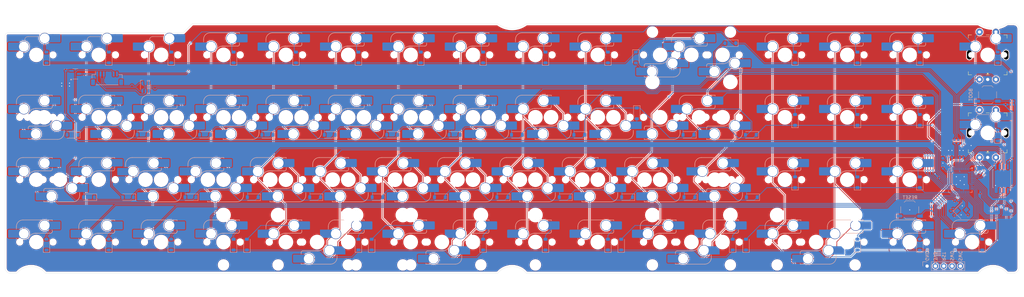
<source format=kicad_pcb>
(kicad_pcb (version 20240108) (generator "pcbnew") (generator_version "8.0")
  (layers (0 "F.Cu" signal) (31 "B.Cu" signal) (34 "B.Paste" user) (35 "F.Paste" user) (36 "B.SilkS" user "B.Silkscreen") (37 "F.SilkS" user "F.Silkscreen") (38 "B.Mask" user) (39 "F.Mask" user) (44 "Edge.Cuts" user))
  (net 0 "")
  (net 1 "Net-(BOOT1-Pad2)")
  (net 2 "GND")
  (net 3 "+5V")
  (net 4 "+3V3")
  (net 5 "+1V1")
  (net 6 "XIN")
  (net 7 "Net-(C12-Pad2)")
  (net 8 "Net-(D1-A)")
  (net 9 "Net-(D2-A)")
  (net 10 "Net-(D3-A)")
  (net 11 "Net-(D4-A)")
  (net 12 "Net-(D5-A)")
  (net 13 "Net-(D6-A)")
  (net 14 "Net-(D7-A)")
  (net 15 "Net-(D8-A)")
  (net 16 "Net-(D9-A)")
  (net 17 "Net-(D10-A)")
  (net 18 "Net-(D11-A)")
  (net 19 "Net-(D12-A)")
  (net 20 "Net-(D13-A)")
  (net 21 "Net-(D14-A)")
  (net 22 "Net-(D15-A)")
  (net 23 "Net-(D16-A)")
  (net 24 "Net-(D17-A)")
  (net 25 "Net-(D18-A)")
  (net 26 "Net-(D19-A)")
  (net 27 "Net-(D20-A)")
  (net 28 "Net-(D21-A)")
  (net 29 "Net-(D22-A)")
  (net 30 "Net-(D23-A)")
  (net 31 "Net-(D24-A)")
  (net 32 "Net-(D25-A)")
  (net 33 "Net-(D26-A)")
  (net 34 "Net-(D27-A)")
  (net 35 "Net-(D28-A)")
  (net 36 "Net-(D29-A)")
  (net 37 "Net-(D30-A)")
  (net 38 "Net-(D31-A)")
  (net 39 "Net-(D32-A)")
  (net 40 "Net-(D33-A)")
  (net 41 "Net-(D34-A)")
  (net 42 "Net-(D35-A)")
  (net 43 "Net-(D36-A)")
  (net 44 "Net-(D37-A)")
  (net 45 "Net-(D38-A)")
  (net 46 "Net-(D39-A)")
  (net 47 "Net-(D40-A)")
  (net 48 "Net-(D41-A)")
  (net 49 "Net-(D42-A)")
  (net 50 "Net-(D43-A)")
  (net 51 "Net-(D44-A)")
  (net 52 "Net-(D45-A)")
  (net 53 "Net-(D46-A)")
  (net 54 "Net-(D47-A)")
  (net 55 "Net-(D48-A)")
  (net 56 "Net-(D49-A)")
  (net 57 "Net-(D50-A)")
  (net 58 "Net-(D51-A)")
  (net 59 "Net-(D52-A)")
  (net 60 "Net-(D54-A)")
  (net 61 "Net-(D55-A)")
  (net 62 "Net-(D56-A)")
  (net 63 "Net-(D57-A)")
  (net 64 "Net-(D58-A)")
  (net 65 "Net-(D59-A)")
  (net 66 "Net-(D61-A)")
  (net 67 "Net-(D62-A)")
  (net 68 "Net-(D63-A)")
  (net 69 "D+")
  (net 70 "D-")
  (net 71 "SWD")
  (net 72 "RESET")
  (net 73 "SWC")
  (net 74 "Net-(R3-Pad2)")
  (net 75 "Q_SEL")
  (net 76 "Net-(U3-USB_DP)")
  (net 77 "Net-(U3-USB_DM)")
  (net 78 "XOUT")
  (net 83 "Q_IO1")
  (net 85 "Q_IO0")
  (net 87 "Q_IO2")
  (net 88 "Q_IO3")
  (net 89 "Q_CLK")
  (net 91 "Net-(D64-A)")
  (net 92 "Net-(D65-A)")
  (net 93 "Row 1")
  (net 94 "Row 2")
  (net 95 "Row 3")
  (net 96 "Row 0")
  (net 97 "Col 1")
  (net 98 "Col 2")
  (net 99 "Col 3")
  (net 100 "Col 4")
  (net 101 "Col 5")
  (net 102 "Col 6")
  (net 103 "Col 7")
  (net 104 "Col 8")
  (net 105 "Col 9")
  (net 106 "Col 10")
  (net 107 "Col 11")
  (net 108 "Col 12")
  (net 109 "Col 13")
  (net 110 "Col 14")
  (net 111 "Col 15")
  (net 112 "Col 0")
  (net 114 "ENC1B")
  (net 115 "ENC1A")
  (net 116 "ENC2B")
  (net 117 "ENC2A")
  (footprint "PCM_marbastlib-various:ROT_Alps_EC11E-Switch" (layer "F.Cu") (at 315.9125 49.2125)
    (property "Reference" "SW2" (hide yes))
    (property "Value" "RotaryEncoder_Switch")
  )
  (footprint "PCM_marbastlib-mx:STAB_MX_2u" (layer "F.Cu") (at 149.225 82.55 180)
    (property "Reference" "S2" (hide yes))
    (property "Value" "MX_stab")
  )
  (footprint "PCM_marbastlib-mx:STAB_MX_3u" (layer "F.Cu") (at 101.6 82.55 180)
    (property "Reference" "S5" (hide yes))
    (property "Value" "MX_stab")
  )
  (footprint "PCM_marbastlib-mx:STAB_MX_2u" (layer "F.Cu") (at 225.425 82.55 180)
    (property "Reference" "S3" (hide yes))
    (property "Value" "MX_stab")
  )
  (footprint "PCM_marbastlib-mx:STAB_MX_2u" (layer "F.Cu") (at 225.424824 25.399992)
    (property "Reference" "S7" (hide yes))
    (property "Value" "MX_stab")
  )
  (footprint "PCM_marbastlib-mx:STAB_MX_2u" (layer "F.Cu") (at 263.524792 82.55 180)
    (property "Reference" "S4" (hide yes))
    (property "Value" "MX_stab")
  )
  (footprint "PCM_marbastlib-mx:STAB_MX_3u" (layer "F.Cu") (at 158.75 82.55 180)
    (property "Reference" "S6" (hide yes))
    (property "Value" "MX_stab")
  )
  (footprint "PCM_marbastlib-mx:STAB_MX_2u" (layer "F.Cu") (at 111.125 82.55 180)
    (property "Reference" "S1" (hide yes))
    (property "Value" "MX_stab")
  )
  (footprint "PCM_marbastlib-various:ROT_Alps_EC11E-Switch" (layer "F.Cu") (at 315.9125 25.4)
    (property "Reference" "SW1" (hide yes))
    (property "Value" "RotaryEncoder_Switch")
  )
  (footprint "Capacitor_SMD:C_0402_1005Metric" (layer "B.Cu") (at 34.329672 29.779361 90)
    (property "Reference" "C2" (hide yes))
    (property "Value" "1u")
  )
  (footprint "PCM_marbastlib-mx:SW_MX_HS_CPG151101S11_1u" (layer "B.Cu") (at 177.8 25.4 180)
    (property "Reference" "MX9" (hide yes))
    (property "Value" "MX_SW_HS")
  )
  (footprint "xomm:D_SOD-123_xomm" (layer "B.Cu") (at 123.731928 26.19375 90)
    (property "Reference" "D6" (hide yes))
    (property "Value" "D_Small")
  )
  (footprint "xomm:D_SOD-123_xomm" (layer "B.Cu") (at 161.831896 83.34375 90)
    (property "Reference" "D56" (hide yes))
    (property "Value" "D_Small")
  )
  (footprint "PCM_marbastlib-various:SOT-23-6-routable" (layer "B.Cu") (at 58.737464 35.22264 -90)
    (property "Reference" "U2" (hide yes))
    (property "Value" "SRV05-4")
  )
  (footprint "xomm:D_SOD-123_xomm" (layer "B.Cu") (at 224.829512 68.857768 180)
    (property "Reference" "D43" (hide yes))
    (property "Value" "D_Small")
  )
  (footprint "PCM_marbastlib-mx:SW_MX_HS_CPG151101S11_1u" (layer "B.Cu") (at 82.55 44.45 180)
    (property "Reference" "MX20" (hide yes))
    (property "Value" "MX_SW_HS")
  )
  (footprint "PCM_marbastlib-mx:SW_MX_HS_CPG151101S11_1.25u" (layer "B.Cu") (at 232.568568 63.5 180)
    (property "Reference" "MX90" (hide yes))
    (property "Value" "MX_SW_HS")
  )
  (footprint "xomm:D_SOD-123_xomm" (layer "B.Cu") (at 28.482008 26.19375 90)
    (property "Reference" "D1" (hide yes))
    (property "Value" "D_Small")
  )
  (footprint "xomm:D_SOD-123_xomm" (layer "B.Cu") (at 66.581976 26.19375 90)
    (property "Reference" "D3" (hide yes))
    (property "Value" "D_Small")
  )
  (footprint "xomm:D_SOD-123_xomm" (layer "B.Cu") (at 36.413264 49.807784 180)
    (property "Reference" "D17" (hide yes))
    (property "Value" "D_Small")
  )
  (footprint "xomm:D_SOD-123_xomm" (layer "B.Cu") (at 208.458432 26.19375 -90)
    (property "Reference" "D11" (hide yes))
    (property "Value" "D_Small")
  )
  (footprint "xomm:D_SOD-123_xomm" (layer "B.Cu") (at 257.081816 64.29375 90)
    (property "Reference" "D45" (hide yes))
    (property "Value" "D_Small")
  )
  (footprint "PCM_marbastlib-mx:SW_MX_HS_CPG151101S11_1u" (layer "B.Cu") (at 44.45 82.55 180)
    (property "Reference" "MX49" (hide yes))
    (property "Value" "MX_SW_HS")
  )
  (footprint "PCM_marbastlib-mx:SW_MX_HS_CPG151101S11_1u" (layer "B.Cu") (at 82.55 63.5)
    (property "Reference" "MX36" (hide yes))
    (property "Value" "MX_SW_HS")
  )
  (footprint "xomm:D_SOD-123_xomm" (layer "B.Cu") (at 295.181784 83.34375 90)
    (property "Reference" "D64" (hide yes))
    (property "Value" "D_Small")
  )
  (footprint "xomm:D_SOD-123_xomm" (layer "B.Cu") (at 314.231768 83.34375 90)
    (property "Reference" "D65" (hide yes))
    (property "Value" "D_Small")
  )
  (footprint "Capacitor_SMD:C_0402_1005Metric" (layer "B.Cu") (at 40.23342 31.68936 -90)
    (property "Reference" "C1" (hide yes))
    (property "Value" "1u")
  )
  (footprint "PCM_marbastlib-mx:SW_MX_HS_S_CPG151101S11_1u" (layer "B.Cu") (at 315.9125 25.4 180)
    (property "Reference" "MX16" (hide yes))
    (property "Value" "MX_SW_HS")
  )
  (footprint "xomm:D_SOD-123_xomm" (layer "B.Cu") (at 224.531856 49.807784 180)
    (property "Reference" "D27" (hide yes))
    (property "Value" "D_Small")
  )
  (footprint "xomm:D_SOD-123_xomm" (layer "B.Cu") (at 203.993592 83.34375 90)
    (property "Reference" "D59" (hide yes))
    (property "Value" "D_Small")
  )
  (footprint "PCM_marbastlib-mx:SW_MX_HS_CPG151101S11_1u" (layer "B.Cu") (at 101.6 25.4 180)
    (property "Reference" "MX5" (hide yes))
    (property "Value" "MX_SW_HS")
  )
  (footprint "Resistor_SMD:R_0402_1005Metric" (layer "B.Cu") (at 323.310276 40.574184)
    (property "Reference" "R4" (hide yes))
    (property "Value" "5.1k")
  )
  (footprint "PCM_marbastlib-mx:SW_MX_HS_CPG151101S11_1u" (layer "B.Cu") (at 101.6 63.5)
    (property "Reference" "MX37" (hide yes))
    (property "Value" "MX_SW_HS")
  )
  (footprint "xomm:D_SOD-123_xomm" (layer "B.Cu") (at 243.879496 68.857768 180)
    (property "Reference" "D44" (hide yes))
    (property "Value" "D_Small")
  )
  (footprint "xomm:D_SOD-123_xomm" (layer "B.Cu") (at 85.63196 83.34375 90)
    (property "Reference" "D51" (hide yes))
    (property "Value" "D_Small")
  )
  (footprint "xomm:D_SOD-123_xomm" (layer "B.Cu") (at 134.044432 49.807784 180)
    (property "Reference" "D22" (hide yes))
    (property "Value" "D_Small")
  )
  (footprint "PCM_marbastlib-mx:SW_MX_HS_CPG151101S11_1u" (layer "B.Cu") (at 77.787448 63.5 180)
    (property "Reference" "MX82" (hide yes))
    (property "Value" "MX_SW_HS")
  )
  (footprint "PCM_marbastlib-mx:SW_MX_HS_CPG151101S11_1u" (layer "B.Cu") (at 234.95 63.5)
    (property "Reference" "MX44" (hide yes))
    (property "Value" "MX_SW_HS")
  )
  (footprint "PCM_marbastlib-mx:SW_MX_HS_CPG151101S11_1u" (layer "B.Cu") (at 273.05 44.45 180)
    (property "Reference" "MX30" (hide yes))
    (property "Value" "MX_SW_HS")
  )
  (footprint "PCM_marbastlib-mx:SW_MX_HS_CPG151101S11_1u" (layer "B.Cu") (at 101.6 82.55 180)
    (property "Reference" "MX52" (hide yes))
    (property "Value" "MX_SW_HS")
  )
  (footprint "Resistor_SMD:R_0402_1005Metric" (layer "B.Cu") (at 305.748572 51.885112 -90)
    (property "Reference" "R8" (hide yes))
    (property "Value" "27")
  )
  (footprint "xomm:D_SOD-123_xomm" (layer "B.Cu") (at 257.081816 26.19375 90)
    (property "Reference" "D13" (hide yes))
    (property "Value" "D_Small")
  )
  (footprint "PCM_marbastlib-mx:SW_MX_HS_CPG151101S11_1u" (layer "B.Cu") (at 63.5 82.55 180)
    (property "Reference" "MX50" (hide yes))
    (property "Value" "MX_SW_HS")
  )
  (footprint "xomm:D_SOD-123_xomm" (layer "B.Cu") (at 295.181784 26.19375 90)
    (property "Reference" "D15" (hide yes))
    (property "Value" "D_Small")
  )
  (footprint "Capacitor_SMD:C_0402_1005Metric" (layer "B.Cu") (at 309.6181 74.506968 45)
    (property "Reference" "C10" (hide yes))
    (property "Value" "22p")
  )
  (footprint "xomm:D_SOD-123_xomm" (layer "B.Cu") (at 295.181784 45.24375 90)
    (property "Reference" "D31" (hide yes))
    (property "Value" "D_Small")
  )
  (footprint "PCM_marbastlib-mx:SW_MX_HS_CPG151101S11_1u" (layer "B.Cu") (at 96.837432 63.5 180)
    (property "Reference" "MX83" (hide yes))
    (property "Value" "MX_SW_HS")
  )
  (footprint "PCM_marbastlib-mx:SW_MX_HS_CPG151101S11_1u" (layer "B.Cu") (at 125.412408 44.45)
    (property "Reference" "MX74" (hide yes))
    (property "Value" "MX_SW_HS")
  )
  (footprint "xomm:D_SOD-123_xomm" (layer "B.Cu") (at 186.729544 68.857768 180)
    (property "Reference" "D41" (hide yes))
    (property "Value" "D_Small")
  )
  (footprint "PCM_marbastlib-mx:SW_MX_HS_CPG151101S11_1u" (layer "B.Cu") (at 292.1 63.5 180)
    (property "Reference" "MX47" (hide yes))
    (property "Value" "MX_SW_HS")
  )
  (footprint "Resistor_SMD:R_0402_1005Metric" (layer "B.Cu") (at 306.939196 51.885112 -90)
    (property "Reference" "R7" (hide yes))
    (property "Value" "27")
  )
  (footprint "xomm:D_SOD-123_xomm" (layer "B.Cu") (at 242.09356 83.34375 90)
    (property "Reference" "D62" (hide yes))
    (property "Value" "D_Small")
  )
  (footprint "Capacitor_SMD:C_0402_1005Metric" (layer "B.Cu") (at 312.59466 60.070652)
    (property "Reference" "C7" (hide yes))
    (property "Value" "100n")
  )
  (footprint "PCM_marbastlib-mx:SW_MX_HS_CPG151101S11_1u" (layer "B.Cu") (at 106.362424 44.45)
    (property "Reference" "MX73" (hide yes))
    (property "Value" "MX_SW_HS")
  )
  (footprint "xomm:D_SOD-123_xomm" (layer "B.Cu") (at 257.081816 45.24375 90)
    (property "Reference" "D29" (hide yes))
    (property "Value" "D_Small")
  )
  (footprint "PCM_marbastlib-mx:SW_MX_HS_S_CPG151101S11_1u" (layer "B.Cu") (at 25.4 25.4 180)
    (property "Reference" "MX1" (hide yes))
    (property "Value" "MX_SW_HS")
  )
  (footprint "xomm:D_SOD-123_xomm" (layer "B.Cu") (at 76.89448 49.807784 180)
    (property "Reference" "D19" (hide yes))
    (property "Value" "D_Small")
  )
  (footprint "PCM_marbastlib-mx:SW_MX_HS_CPG151101S11_1u" (layer "B.Cu") (at 311.15 82.55 180)
    (property "Reference" "MX65" (hide yes))
    (property "Value" "MX_SW_HS")
  )
  (footprint "xomm:D_SOD-123_xomm" (layer "B.Cu") (at 276.1318 45.24375 90)
    (property "Reference" "D30" (hide yes))
    (property "Value" "D_Small")
  )
  (footprint "Capacitor_SMD:C_0402_1005Metric" (layer "B.Cu") (at 313.636456 67.809708 -90)
    (property "Reference" "C8" (hide yes))
    (property "Value" "100n")
  )
  (footprint "xomm:D_SOD-123_xomm" (layer "B.Cu") (at 237.331064 21.82812 180)
    (property "Reference" "D12" (hide yes))
    (property "Value" "D_Small")
  )
  (footprint "PCM_marbastlib-mx:SW_MX_HS_CPG151101S11_1u" (layer "B.Cu") (at 115.887416 63.5 180)
    (property "Reference" "MX84" (hide yes))
    (property "Value" "MX_SW_HS")
  )
  (footprint "Capacitor_SMD:C_0402_1005Metric" (layer "B.Cu") (at 305.004432 56.201124 90)
    (property "Reference" "C3" (hide yes))
    (property "Value" "1u")
  )
  (footprint "xomm:D_SOD-123_xomm" (layer "B.Cu") (at 142.781912 26.19375 90)
    (property "Reference" "D7" (hide yes))
    (property "Value" "D_Small")
  )
  (footprint "PCM_marbastlib-mx:SW_MX_HS_CPG151101S11_1u" (layer "B.Cu") (at 234.95 44.45)
    (property "Reference" "MX28" (hide yes))
    (property "Value" "MX_SW_HS")
  )
  (footprint "xomm:D_SOD-123_xomm" (layer "B.Cu") (at 127.793656 83.34375 90)
    (property "Reference" "D55" (hide yes))
    (property "Value" "D_Small")
  )
  (footprint "PCM_marbastlib-mx:SW_MX_HS_CPG151101S11_1u" (layer "B.Cu") (at 263.524792 82.55)
    (property "Reference" "MX67" (hide yes))
    (property "Value" "MX_SW_HS")
  )
  (footprint "PCM_marbastlib-mx:SW_MX_HS_CPG151101S11_1u" (layer "B.Cu") (at 68.262456 44.45)
    (property "Reference" "MX71" (hide yes))
    (property "Value" "MX_SW_HS")
  )
  (footprint "xomm:D_SOD-123_xomm" (layer "B.Cu") (at 129.579592 68.857768 180)
    (property "Reference" "D38" (hide yes))
    (property "Value" "D_Small")
  )
  (footprint "xomm:D_SOD-123_xomm" (layer "B.Cu") (at 153.094416 49.807784 180)
    (property "Reference" "D23" (hide yes))
    (property "Value" "D_Small")
  )
  (footprint "xomm:D_SOD-123_xomm" (layer "B.Cu") (at 57.844496 49.807784 180)
    (property "Reference" "D18" (hide yes))
    (property "Value" "D_Small")
  )
  (footprint "Resistor_SMD:R_0402_1005Metric" (layer "B.Cu") (at 323.310276 39.532388)
    (property "Reference" "R6" (hide yes))
    (property "Value" "1k")
  )
  (footprint "PCM_marbastlib-mx:SW_MX_HS_CPG151101S11_1.75u" (layer "B.Cu") (at 32.543736 63.5)
    (property "Reference" "MX80" (hide yes))
    (property "Value" "MX_SW_HS")
  )
  (footprint "PCM_marbastlib-mx:SW_MX_HS_CPG151101S11_1u" (layer "B.Cu") (at 63.5 44.45 180)
    (property "Reference" "MX19" (hide yes))
    (property "Value" "MX_SW_HS")
  )
  (footprint "Button_Switch_SMD:SW_SPST_TL3342" (layer "B.Cu") (at 292.1 72.721032 180)
    (property "Reference" "RST1" (hide yes))
    (property "Value" "SW_Push")
  )
  (footprint "PCM_marbastlib-mx:SW_MX_HS_CPG151101S11_1u" (layer "B.Cu") (at 82.55 82.55 180)
    (property "Reference" "MX51" (hide yes))
    (property "Value" "MX_SW_HS")
  )
  (footprint "Package_DFN_QFN:QFN-56-1EP_7x7mm_P0.4mm_EP3.2x3.2mm" (layer "B.Cu") (at 307.534508 63.791352 180)
    (property "Reference" "U3" (hide yes))
    (property "Value" "RP2040")
  )
  (footprint "xomm:D_SOD-123_xomm" (layer "B.Cu") (at 114.994448 49.807784 180)
    (property "Reference" "D21" (hide yes))
    (property "Value" "D_Small")
  )
  (footprint "xomm:D_SOD-123_xomm" (layer "B.Cu") (at 47.531992 83.34375 90)
    (property "Reference" "D49" (hide yes))
    (property "Value" "D_Small")
  )
  (footprint "Package_TO_SOT_SMD:SOT-23-3" (layer "B.Cu") (at 37.306232 31.20936)
    (property "Reference" "U1" (hide yes))
    (property "Value" "XC6206PxxxMR")
  )
  (footprint "PCM_marbastlib-mx:SW_MX_HS_CPG151101S11_1.25u" (layer "B.Cu") (at 27.78124 44.45)
    (property "Reference" "MX69" (hide yes))
    (property "Value" "MX_SW_HS")
  )
  (footprint "PCM_marbastlib-mx:SW_MX_HS_CPG151101S11_1u" (layer "B.Cu") (at 63.5 63.5)
    (property "Reference" "MX35" (hide yes))
    (property "Value" "MX_SW_HS")
  )
  (footprint "xomm:D_SOD-123_xomm" (layer "B.Cu") (at 89.693688 83.34375 90)
    (property "Reference" "D52" (hide yes))
    (property "Value" "D_Small")
  )
  (footprint "PCM_marbastlib-mx:SW_MX_HS_CPG151101S11_1u" (layer "B.Cu") (at 292.1 44.45 180)
    (property "Reference" "MX31" (hide yes))
    (property "Value" "MX_SW_HS")
  )
  (footprint "xomm:D_SOD-123_xomm" (layer "B.Cu") (at 85.63196 26.19375 90)
    (property "Reference" "D4" (hide yes))
    (property "Value" "D_Small")
  )
  (footprint "PCM_marbastlib-mx:SW_MX_HS_CPG151101S11_1u" (layer "B.Cu") (at 196.85 25.4 180)
    (property "Reference" "MX10" (hide yes))
    (property "Value" "MX_SW_HS")
  )
  (footprint "xomm:D_SOD-123_xomm" (layer "B.Cu") (at 66.581976 83.34375 90)
    (property "Reference" "D50" (hide yes))
    (property "Value" "D_Small")
  )
  (footprint "PCM_marbastlib-mx:SW_MX_HS_CPG151101S11_1u" (layer "B.Cu") (at 234.95 25.4)
    (property "Reference" "MX12" (hide yes))
    (property "Value" "MX_SW_HS")
  )
  (footprint "PCM_marbastlib-mx:SW_MX_HS_CPG151101S11_1u" (layer "B.Cu") (at 182.56236 44.45)
    (property "Reference" "MX77" (hide yes))
    (property "Value" "MX_SW_HS")
  )
  (footprint "PCM_marbastlib-mx:SW_MX_HS_CPG151101S11_1u" (layer "B.Cu") (at 139.7 44.45 180)
    (property "Reference" "MX23" (hide yes))
    (property "Value" "MX_SW_HS")
  )
  (footprint "PCM_marbastlib-mx:SW_MX_HS_CPG151101S11_1u" (layer "B.Cu") (at 25.4 44.45 180)
    (property "Reference" "MX17" (hide yes))
    (property "Value" "MX_SW_HS")
  )
  (footprint "Connector_JST:JST_SH_BM07B-SRSS-TB_1x07-1MP_P1.00mm_Vertical" (layer "B.Cu") (at 46.996064 32.53436)
    (property "Reference" "J1" (hide yes))
    (property "Value" "Conn_01x07")
  )
  (footprint "PCM_marbastlib-mx:SW_MX_HS_CPG151101S11_1u" (layer "B.Cu") (at 158.75 44.45 180)
    (property "Reference" "MX24" (hide yes))
    (property "Value" "MX_SW_HS")
  )
  (footprint "xomm:D_SOD-123_xomm" (layer "B.Cu") (at 238.031832 83.34375 90)
    (property "Reference" "D61" (hide yes))
    (property "Value" "D_Small")
  )
  (footprint "xomm:D_SOD-123_xomm" (layer "B.Cu") (at 72.42964 68.857768 180)
    (property "Reference" "D35" (hide yes))
    (property "Value" "D_Small")
  )
  (footprint "PCM_marbastlib-mx:SW_MX_HS_CPG151101S11_1u" (layer "B.Cu") (at 144.462392 44.45)
    (property "Reference" "MX75" (hide yes))
    (property "Value" "MX_SW_HS")
  )
  (footprint "Capacitor_SMD:C_0402_1005Metric" (layer "B.Cu") (at 306.733526 70.235467 -135)
    (property "Reference" "C13" (hide yes))
    (property "Value" "100n")
  )
  (footprint "PCM_marbastlib-mx:SW_MX_HS_CPG151101S11_1u" (layer "B.Cu") (at 58.737464 63.5 180)
    (property "Reference" "MX81" (hide yes))
    (property "Value" "MX_SW_HS")
  )
  (footprint "PCM_marbastlib-mx:SW_MX_HS_CPG151101S11_1u" (layer "B.Cu") (at 134.9374 63.5 180)
    (property "Reference" "MX85" (hide yes))
    (property "Value" "MX_SW_HS")
  )
  (footprint "xomm:D_SOD-123_xomm" (layer "B.Cu") (at 318.994264 50.00625 90)
    (property "Reference" "D32" (hide yes))
    (property "Value" "D_Small")
  )
  (footprint "PCM_marbastlib-mx:SW_MX_HS_CPG151101S11_1u" (layer "B.Cu") (at 215.9 44.45)
    (property "Reference" "MX27" (hide yes))
    (property "Value" "MX_SW_HS")
  )
  (footprint "PCM_marbastlib-mx:SW_MX_HS_CPG151101S11_1u" (layer "B.Cu") (at 196.85 44.45 180)
    (property "Reference" "MX26" (hide yes))
    (property "Value" "MX_SW_HS")
  )
  (footprint "xomm:D_SOD-123_xomm" (layer "B.Cu") (at 28.482008 83.34375 90)
    (property "Reference" "D48" (hide yes))
    (property "Value" "D_Small")
  )
  (footprint "xomm:D_SOD-123_xomm" (layer "B.Cu") (at 208.756088 43.259352 -90)
    (property "Reference" "D26" (hide yes))
    (property "Value" "D_Small")
  )
  (footprint "PCM_marbastlib-mx:SW_MX_HS_CPG151101S11_1u" (layer "B.Cu") (at 254 25.4 180)
    (property "Reference" "MX13" (hide yes))
    (property "Value" "MX_SW_HS")
  )
  (footprint "PCM_marbastlib-mx:SW_MX_HS_CPG151101S11_1u" (layer "B.Cu") (at 111.125 82.55)
    (property "Reference" "MX53" (hide yes))
    (property "Value" "MX_SW_HS")
  )
  (footprint "Capacitor_SMD:C_0603_1608Metric" (layer "B.Cu") (at 302.220072 56.201124 90)
    (property "Reference" "C5" (hide yes))
    (property "Value" "10u")
  )
  (footprint "xomm:D_SOD-123_xomm" (layer "B.Cu") (at 148.629576 68.857768 180)
    (property "Reference" "D39" (hide yes))
    (property "Value" "D_Small")
  )
  (footprint "Crystal:Crystal_SMD_3225-4Pin_3.2x2.5mm" (layer "B.Cu") (at 307.980992 72.86986 45)
    (property "Reference" "Y1" (hide yes))
    (property "Value" "Crystal_GND24")
  )
  (footprint "Capacitor_SMD:C_0402_1005Metric" (layer "B.Cu") (at 308.427476 56.201124 90)
    (property "Reference" "C16" (hide yes))
    (property "Value" "100n")
  )
  (footprint "PCM_marbastlib-mx:SW_MX_HS_CPG151101S11_1u" (layer "B.Cu") (at 254 82.55 180)
    (property "Reference" "MX62" (hide yes))
    (property "Value" "MX_SW_HS")
  )
  (footprint "PCM_marbastlib-mx:SW_MX_HS_CPG151101S11_1u" (layer "B.Cu") (at 201.612344 44.45)
    (property "Reference" "MX78" (hide yes))
    (property "Value" "MX_SW_HS")
  )
  (footprint "PCM_marbastlib-mx:SW_MX_HS_CPG151101S11_1u" (layer "B.Cu") (at 82.55 25.4 180)
    (property "Reference" "MX4" (hide yes))
    (property "Value" "MX_SW_HS")
  )
  (footprint "PCM_marbastlib-mx:SW_MX_HS_CPG151101S11_1u" (layer "B.Cu") (at 234.95 82.55 180)
    (property "Reference" "MX61" (hide yes))
    (property "Value" "MX_SW_HS")
  )
  (footprint "xomm:D_SOD-123_xomm" (layer "B.Cu") (at 180.88188 26.19375 90)
    (property "Reference" "D9" (hide yes))
    (property "Value" "D_Small")
  )
  (footprint "PCM_marbastlib-mx:SW_MX_HS_CPG151101S11_1u" (layer "B.Cu") (at 177.8 63.5)
    (property "Reference" "MX41" (hide yes))
    (property "Value" "MX_SW_HS")
  )
  (footprint "PCM_marbastlib-mx:SW_MX_HS_CPG151101S11_1u" (layer "B.Cu") (at 292.1 25.4 180)
    (property "Reference" "MX15" (hide yes))
    (property "Value" "MX_SW_HS")
  )
  (footprint "Capacitor_SMD:C_0402_1005Metric" (layer "B.Cu") (at 322.119652 57.540576 90)
    (property "Reference" "C11" (hide yes))
    (property "Value" "1u")
  )
  (footprint "PCM_marbastlib-mx:SW_MX_HS_CPG151101S11_1u" (layer "B.Cu") (at 177.8 82.55 180)
    (property "Reference" "MX57" (hide yes))
    (property "Value" "MX_SW_HS")
  )
  (footprint "xomm:D_SOD-123_xomm" (layer "B.Cu") (at 199.931864 83.34375 90)
    (property "Reference" "D58" (hide yes))
    (property "Value" "D_Small")
  )
  (footprint "PCM_marbastlib-mx:SW_MX_HS_CPG151101S11_1u" (layer "B.Cu") (at 139.7 63.5)
    (property "Reference" "MX39" (hide yes))
    (property "Value" "MX_SW_HS")
  )
  (footprint "PCM_marbastlib-mx:SW_MX_HS_CPG151101S11_1u" (layer "B.Cu") (at 225.424824 25.399992 180)
    (property "Reference" "MX68" (hide yes))
    (property "Value" "MX_SW_HS")
  )
  (footprint "PCM_marbastlib-mx:SW_MX_HS_CPG151101S11_1u" (layer "B.Cu") (at 149.225 82.55)
    (property "Reference" "MX66" (hide yes))
    (property "Value" "MX_SW_HS")
  )
  (footprint "xomm:D_SOD-123_xomm" (layer "B.Cu") (at 110.529608 68.857768 180)
    (property "Reference" "D37" (hide yes))
    (property "Value" "D_Small")
  )
  (footprint "xomm:D_SOD-123_xomm" (layer "B.Cu") (at 167.67956 68.857768 180)
    (property "Reference" "D40" (hide yes))
    (property "Value" "D_Small")
  )
  (footprint "PCM_marbastlib-mx:SW_MX_HS_CPG151101S11_1u" (layer "B.Cu") (at 273.05 25.4 180)
    (property "Reference" "MX14" (hide yes))
    (property "Value" "MX_SW_HS")
  )
  (footprint "Resistor_SMD:R_0402_1005Metric" (layer "B.Cu") (at 321.375512 40.574184)
    (property "Reference" "R3" (hide yes))
    (property "Value" "5.1k")
  )
  (footprint "PCM_marbastlib-mx:SW_MX_HS_CPG151101S11_1u" (layer "B.Cu") (at 192.087352 63.5 180)
    (property "Reference" "MX88" (hide yes))
    (property "Value" "MX_SW_HS")
  )
  (footprint "PCM_marbastlib-mx:SW_MX_HS_CPG151101S11_1u" (layer "B.Cu") (at 158.75 63.5)
    (property "Reference" "MX40" (hide yes))
    (property "Value" "MX_SW_HS")
  )
  (footprint "PCM_marbastlib-mx:SW_MX_HS_CPG151101S11_1u" (layer "B.Cu") (at 215.9 25.4)
    (property "Reference" "MX11" (hide yes))
    (property "Value" "MX_SW_HS")
  )
  (footprint "PCM_marbastlib-mx:SW_MX_HS_CPG151101S11_1u" (layer "B.Cu") (at 211.137336 63.5 180)
    (property "Reference" "MX89" (hide yes))
    (property "Value" "MX_SW_HS")
  )
  (footprint "Package_SO:SOIC-8_5.23x5.23mm_P1.27mm" (layer "B.Cu") (at 320.184888 63.19604 90)
    (property "Reference" "U4" (hide yes))
    (property "Value" "W25Q128JVS")
  )
  (footprint "PCM_marbastlib-mx:SW_MX_HS_CPG151101S11_1u" (layer "B.Cu") (at 25.4 82.55 180)
    (property "Reference" "MX48" (hide yes))
    (property "Value" "MX_SW_HS")
  )
  (footprint "PCM_marbastlib-mx:SW_MX_HS_CPG151101S11_1u" (layer "B.Cu") (at 120.65 82.55 180)
    (property "Reference" "MX54" (hide yes))
    (property "Value" "MX_SW_HS")
  )
  (footprint "xomm:D_SOD-123_xomm" (layer "B.Cu") (at 205.779528 68.857768 180)
    (property "Reference" "D42" (hide yes))
    (property "Value" "D_Small")
  )
  (footprint "xomm:D_SOD-123_xomm" (layer "B.Cu") (at 276.1318 26.19375 90)
    (property "Reference" "D14" (hide yes))
    (property "Value" "D_Small")
  )
  (footprint "PCM_marbastlib-mx:SW_MX_HS_CPG151101S11_1u" (layer "B.Cu") (at 49.212472 44.45)
    (property "Reference" "MX70" (hide yes))
    (property "Value" "MX_SW_HS")
  )
  (footprint "PCM_marbastlib-mx:SW_MX_HS_CPG151101S11_1u" (layer "B.Cu") (at 101.6 44.45 180)
    (property "Reference" "MX21" (hide yes))
    (property "Value" "MX_SW_HS")
  )
  (footprint "PCM_marbastlib-mx:SW_MX_HS_CPG151101S11_1u" (layer "B.Cu") (at 215.9 82.55 180)
    (property "Reference" "MX59" (hide yes))
    (property "Value" "MX_SW_HS")
  )
  (footprint "PCM_marbastlib-mx:SW_MX_HS_CPG151101S11_1u" (layer "B.Cu") (at 177.8 44.45 180)
    (property "Reference" "MX25" (hide yes))
    (property "Value" "MX_SW_HS")
  )
  (footprint "xomm:D_SOD-123_xomm" (layer "B.Cu") (at 243.58184 49.807784 180)
    (property "Reference" "D28" (hide yes))
    (property "Value" "D_Small")
  )
  (footprint "xomm:D_SOD-123_xomm" (layer "B.Cu") (at 199.931864 26.19375 90)
    (property "Reference" "D10" (hide yes))
    (property "Value" "D_Small")
  )
  (footprint "PCM_marbastlib-mx:SW_MX_HS_S_CPG151101S11_1u" (layer "B.Cu") (at 315.9125 49.2125 180)
    (property "Reference" "MX32" (hide yes))
    (property "Value" "MX_SW_HS")
  )
  (footprint "PCM_marbastlib-mx:SW_MX_HS_CPG151101S11_1u" (layer "B.Cu") (at 215.9 63.5)
    (property "Reference" "MX43" (hide yes))
    (property "Value" "MX_SW_HS")
  )
  (footprint "Capacitor_SMD:C_0402_1005Metric" (layer "B.Cu") (at 306.046228 74.655796 135)
    (property "Reference" "C12" (hide yes))
    (property "Value" "22p")
  )
  (footprint "PCM_marbastlib-mx:SW_MX_HS_CPG151101S11_1u" (layer "B.Cu") (at 153.987384 63.5 180)
    (property "Reference" "MX86" (hide yes))
    (property "Value" "MX_SW_HS")
  )
  (footprint "PCM_marbastlib-mx:SW_MX_HS_CPG151101S11_1u" (layer "B.Cu") (at 120.65 44.45 180)
    (property "Reference" "MX22" (hide yes))
    (property "Value" "MX_SW_HS")
  )
  (footprint "xomm:D_SOD-123_xomm" (layer "B.Cu") (at 123.731928 83.34375 90)
    (property "Reference" "D54" (hide yes))
    (property "Value" "D_Small")
  )
  (footprint "xomm:D_SOD-123_xomm" (layer "B.Cu") (at 318.994264 26.19375 90)
    (property "Reference" "D16" (hide yes))
    (property "Value" "D_Small")
  )
  (footprint "PCM_marbastlib-mx:SW_MX_HS_CPG151101S11_1u" (layer "B.Cu") (at 273.05 63.5 180)
    (property "Reference" "MX46" (hide yes))
    (property "Value" "MX_SW_HS")
  )
  (footprint "xomm:D_SOD-123_xomm" (layer "B.Cu") (at 91.479624 68.857768 180)
    (property "Reference" "D36" (hide yes))
    (property "Value" "D_Small")
  )
  (footprint "PCM_marbastlib-mx:SW_MX_HS_CPG151101S11_1u" (layer "B.Cu") (at 158.75 82.55 180)
    (property "Reference" "MX56" (hide yes))
    (property "Value" "MX_SW_HS")
  )
  (footprint "PCM_marbastlib-mx:SW_MX_HS_CPG151101S11_1u" (layer "B.Cu") (at 87.31244 44.45)
    (property "Reference" "MX72" (hide yes))
    (property "Value" "MX_SW_HS")
  )
  (footprint "xomm:D_SOD-123_xomm" (layer "B.Cu") (at 41.473416 68.857768 180)
    (property "Reference" "D33" (hide yes))
    (property "Value" "D_Small")
  )
  (footprint "xomm:D_SOD-123_xomm" (layer "B.Cu") (at 276.1318 83.34375 90)
    (property "Reference" "D63" (hide yes))
    (property "Value" "D_Small")
  )
  (footprint "Button_Switch_SMD:SW_SPST_TL3342" (layer "B.Cu") (at 315.868876 37.597624 180)
    (property "Reference" "BOOT1" (hide yes))
    (property "Value" "SW_Push")
  )
  (footprint "Capacitor_SMD:C_0402_1005Metric" (layer "B.Cu") (at 305.541323 70.118248 -135)
    (property "Reference" "C4" (hide yes))
    (property "Value" "100n")
  )
  (footprint "PCM_marbastlib-mx:SW_MX_HS_CPG151101S11_1u" (layer "B.Cu") (at 254 44.45 180)
    (property "Reference" "MX29" (hide yes))
    (property "Value" "MX_SW_HS")
  )
  (footprint "PCM_marbastlib-mx:SW_MX_HS_CPG151101S11_1u" (layer "B.Cu") (at 196.85 63.5)
    (property "Reference" "MX42" (hide yes))
    (property "Value" "MX_SW_HS")
  )
  (footprint "PCM_marbastlib-mx:SW_MX_HS_CPG151101S11_1u" (layer "B.Cu") (at 25.4 63.5 180)
    (property "Reference" "MX33" (hide yes))
    (property "Value" "MX_SW_HS")
  )
  (footprint "xomm:D_SOD-123_xomm" (layer "B.Cu") (at 47.531992 26.19375 90)
    (property "Reference" "D2" (hide yes))
    (property "Value" "D_Small")
  )
  (footprint "PCM_marbastlib-mx:SW_MX_HS_CPG151101S11_1u" (layer "B.Cu") (at 44.45 63.5 180)
    (property "Reference" "MX34" (hide yes))
    (property "Value" "MX_SW_HS")
  )
  (footprint "Capacitor_SMD:C_0402_1005Metric" (layer "B.Cu") (at 303.962636 56.201124 90)
    (property "Reference" "C14" (hide yes))
    (property "Value" "100n")
  )
  (footprint "xomm:D_SOD-123_xomm" (layer "B.Cu") (at 276.1318 64.29375 90)
    (property "Reference" "D46" (hide yes))
    (property "Value" "D_Small")
  )
  (footprint "xomm:D_SOD-123_xomm" (layer "B.Cu") (at 191.194384 49.807784 180)
    (property "Reference" "D25" (hide yes))
    (property "Value" "D_Small")
  )
  (footprint "PCM_marbastlib-mx:SW_MX_HS_CPG151101S11_1u" (layer "B.Cu") (at 173.037368 63.5 180)
    (property "Reference" "MX87" (hide yes))
    (property "Value" "MX_SW_HS")
  )
  (footprint "xomm:D_SOD-123_xomm" (layer "B.Cu") (at 295.181784 64.29375 90)
    (property "Reference" "D47" (hide yes))
    (property "Value" "D_Small")
  )
  (footprint "Connector_PinHeader_2.54mm:PinHeader_1x05_P2.54mm_Vertical" (layer "B.Cu") (at 297.40428 89.892112 -90)
    (property "Reference" "J3" (hide yes))
    (property "Value" "Conn_01x05")
  )
  (footprint "PCM_marbastlib-mx:SW_MX_HS_CPG151101S11_1u" (layer "B.Cu") (at 254 63.5 180)
    (property "Reference" "MX45" (hide yes))
    (property "Value" "MX_SW_HS")
  )
  (footprint "xomm:D_SOD-123_xomm" (layer "B.Cu") (at 180.88188 83.34375 90)
    (property "Reference" "D57" (hide yes))
    (property "Value" "D_Small")
  )
  (footprint "Resistor_SMD:R_0402_1005Metric" (layer "B.Cu") (at 298.753656 72.464384 -90)
    (property "Reference" "R5" (hide yes))
    (property "Value" "5.1k")
  )
  (footprint "PCM_marbastlib-mx:SW_MX_HS_CPG151101S11_1u" (layer "B.Cu") (at 292.1 82.55 180)
    (property "Reference" "MX64" (hide yes))
    (property "Value" "MX_SW_HS")
  )
  (footprint "PCM_marbastlib-mx:SW_MX_HS_CPG151101S11_1u" (layer "B.Cu") (at 44.45 44.45 180)
    (property "Reference" "MX18" (hide yes))
    (property "Value" "MX_SW_HS")
  )
  (footprint "PCM_marbastlib-mx:SW_MX_HS_CPG151101S11_1u" (layer "B.Cu") (at 273.05 82.55 180)
    (property "Reference" "MX63" (hide yes))
    (property "Value" "MX_SW_HS")
  )
  (footprint "xomm:D_SOD-123_xomm" (layer "B.Cu") (at 161.831896 26.19375 90)
    (property "Reference" "D8" (hide yes))
    (property "Value" "D_Small")
  )
  (footprint "Capacitor_SMD:C_0402_1005Metric" (layer "B.Cu") (at 300.837248 62.749556 135)
    (property "Reference" "C9" (hide yes))
    (property "Value" "100n")
  )
  (footprint "Capacitor_SMD:C_0402_1005Metric" (layer "B.Cu") (at 307.38568 56.201124 90)
    (property "Reference" "C15" (hide yes))
    (property "Value" "100n")
  )
  (footprint "xomm:D_SOD-123_xomm" (layer "B.Cu") (at 172.1444 49.807784 180)
    (property "Reference" "D24" (hide yes))
    (property "Value" "D_Small")
  )
  (footprint "PCM_marbastlib-mx:SW_MX_HS_CPG151101S11_1u" (layer "B.Cu") (at 225.425 82.55)
    (property "Reference" "MX60" (hide yes))
    (property "Value" "MX_SW_HS")
  )
  (footprint "PCM_marbastlib-mx:SW_MX_HS_CPG151101S11_1u" (layer "B.Cu") (at 163.512376 44.45)
    (property "Reference" "MX76" (hide yes))
    (property "Value" "MX_SW_HS")
  )
  (footprint "Capacitor_SMD:C_0402_1005Metric" (layer "B.Cu") (at 302.220072 59.630432 90)
    (property "Reference" "C6" (hide yes))
    (property "Value" "1u")
  )
  (footprint "xomm:D_SOD-123_xomm" (layer "B.Cu") (at 53.379656 68.857768 180)
    (property "Reference" "D34" (hide yes))
    (property "Value" "D_Small")
  )
  (footprint "PCM_marbastlib-mx:SW_MX_HS_S_CPG151101S11_1u" (layer "B.Cu") (at 44.45 25.4 180)
    (property "Reference" "MX2" (hide yes))
    (property "Value" "MX_SW_HS")
  )
  (footprint "PCM_marbastlib-mx:SW_MX_HS_CPG151101S11_1u" (layer "B.Cu") (at 196.85 82.55 180)
    (property "Reference" "MX58" (hide yes))
    (property "Value" "MX_SW_HS")
  )
  (footprint "PCM_marbastlib-mx:SW_MX_HS_CPG151101S11_1u" (layer "B.Cu") (at 120.65 25.4 180)
    (property "Reference" "MX6" (hide yes))
    (property "Value" "MX_SW_HS")
  )
  (footprint "xomm:D_SOD-123_xomm" (layer "B.Cu") (at 95.944464 49.807784 180)
    (property "Reference" "D20" (hide yes))
    (property "Value" "D_Small")
  )
  (footprint "PCM_marbastlib-mx:SW_MX_HS_CPG151101S11_1u" (layer "B.Cu") (at 158.75 25.4 180)
    (property "Reference" "MX8" (hide yes))
    (property "Value" "MX_SW_HS")
  )
  (footprint "PCM_marbastlib-mx:SW_MX_HS_CPG151101S11_1u" (layer "B.Cu") (at 120.65 63.5)
    (property "Reference" "MX38" (hide yes))
    (property "Value" "MX_SW_HS")
  )
  (footprint "Resistor_SMD:R_0402_1005Metric" (layer "B.Cu") (at 305.004432 72.721032 45)
    (property "Reference" "R9" (hide yes))
    (property "Value" "1k")
  )
  (footprint "PCM_marbastlib-mx:SW_MX_HS_CPG151101S11_1.75u" (layer "B.Cu") (at 227.806072 44.45 180)
    (property "Reference" "MX79" (hide yes))
    (property "Value" "MX_SW_HS")
  )
  (footprint "PCM_marbastlib-mx:SW_MX_HS_CPG151101S11_1u" (layer "B.Cu") (at 139.7 25.4 180)
    (property "Reference" "MX7" (hide yes))
    (property "Value" "MX_SW_HS")
  )
  (footprint "PCM_marbastlib-mx:SW_MX_HS_S_CPG151101S11_1u" (layer "B.Cu") (at 63.5 25.4 180)
    (property "Reference" "MX3" (hide yes))
    (property "Value" "MX_SW_HS")
  )
  (footprint "PCM_marbastlib-mx:SW_MX_HS_CPG151101S11_1u" (layer "B.Cu") (at 139.7 82.55 180)
    (property "Reference" "MX55" (hide yes))
    (property "Value" "MX_SW_HS")
  )
  (footprint "xomm:D_SOD-123_xomm" (layer "B.Cu") (at 104.681944 26.19375 90)
    (property "Reference" "D5" (hide yes))
    (property "Value" "D_Small")
  )
  (gr_arc (start 17.4625 92.075) (mid 16.339968 91.610032) (end 15.875 90.4875) (stroke (width 0.05)) (layer "Edge.Cuts"))
  (gr_arc (start 166.290625 92.075) (mid 170.65625 90.006221) (end 175.021875 92.075) (stroke (width 0.05)) (layer "Edge.Cuts"))
  (gr_arc (start 19.446875 92.075) (mid 23.8125 90.006221) (end 28.178125 92.075) (stroke (width 0.05)) (layer "Edge.Cuts"))
  (gr_arc (start 321.865625 15.875) (mid 317.5 17.251476) (end 313.134375 15.875) (stroke (width 0.05)) (layer "Edge.Cuts"))
  (gr_line (start 321.865625 92.075) (end 323.85 92.075) (stroke (width 0.05)) (layer "Edge.Cuts"))
  (gr_line (start 175.021875 92.075) (end 313.134375 92.075) (stroke (width 0.05)) (layer "Edge.Cuts"))
  (gr_arc (start 325.4375 90.4875) (mid 324.972532 91.610032) (end 323.85 92.075) (stroke (width 0.05)) (layer "Edge.Cuts"))
  (gr_line (start 73.025 15.875) (end 70.246875 18.653125) (stroke (width 0.05)) (layer "Edge.Cuts"))
  (gr_arc (start 15.875 19.446875) (mid 16.107484 18.885609) (end 16.66875 18.653125) (stroke (width 0.05)) (layer "Edge.Cuts"))
  (gr_line (start 15.875 19.446875) (end 15.875 90.4875) (stroke (width 0.05)) (layer "Edge.Cuts"))
  (gr_arc (start 175.021875 15.875) (mid 170.65625 17.35693) (end 166.290625 15.875) (stroke (width 0.05)) (layer "Edge.Cuts"))
  (gr_arc (start 313.134375 92.075) (mid 317.5 90.006221) (end 321.865625 92.075) (stroke (width 0.05)) (layer "Edge.Cuts"))
  (gr_line (start 17.4625 92.075) (end 19.446875 92.075) (stroke (width 0.05)) (layer "Edge.Cuts"))
  (gr_line (start 70.246875 18.653125) (end 16.66875 18.653125) (stroke (width 0.05)) (layer "Edge.Cuts"))
  (gr_line (start 321.865625 15.875) (end 323.85 15.875) (stroke (width 0.05)) (layer "Edge.Cuts"))
  (gr_line (start 175.021875 15.875) (end 313.134375 15.875) (stroke (width 0.05)) (layer "Edge.Cuts"))
  (gr_line (start 166.290625 15.875) (end 73.025 15.875) (stroke (width 0.05)) (layer "Edge.Cuts"))
  (gr_arc (start 323.85 15.875) (mid 324.972532 16.339968) (end 325.4375 17.4625) (stroke (width 0.05)) (layer "Edge.Cuts"))
  (gr_line (start 166.290625 92.075) (end 28.178125 92.075) (stroke (width 0.05)) (layer "Edge.Cuts"))
  (gr_line (start 325.4375 17.4625) (end 325.4375 90.4875) (stroke (width 0.05)) (layer "Edge.Cuts"))
  (segment (start 319.018876 39.497624) (end 312.718876 39.497624) (width 0.2) (layer "B.Cu") (net 1))
  (segment (start 322.800277 39.532388) (end 319.05364 39.532388) (width 0.2) (layer "B.Cu") (net 1))
  (via (at 308.734508 64.991352) (size 0.6) (drill 0.3) (layers "F.Cu" "B.Cu") (net 2))
  (via (at 307.38568 54.57028) (size 0.5) (drill 0.3) (layers "F.Cu" "B.Cu") (net 2))
  (via (at 33.139048 34.032016) (size 0.6) (drill 0.3) (layers "F.Cu" "B.Cu") (net 2))
  (via (at 292.099768 72.727296) (size 0.6) (drill 0.3) (layers "F.Cu" "B.Cu") (net 2))
  (via (at 308.157769 71.491002) (size 0.6) (drill 0.3) (layers "F.Cu" "B.Cu") (net 2))
  (via (at 310.852096 53.082) (size 0.6) (drill 0.3) (layers "F.Cu" "B.Cu") (net 2))
  (via (at 308.734508 62.591352) (size 0.6) (drill 0.3) (layers "F.Cu" "B.Cu") (net 2))
  (via (at 307.534508 63.791352) (size 0.6) (drill 0.3) (layers "F.Cu" "B.Cu") (net 2))
  (via (at 305.004432 54.57028) (size 0.5) (drill 0.3) (layers "F.Cu" "B.Cu") (net 2))
  (via (at 303.962636 54.57028) (size 0.5) (drill 0.3) (layers "F.Cu" "B.Cu") (net 2))
  (via (at 318.293496 65.285896) (size 0.6) (drill 0.3) (layers "F.Cu" "B.Cu") (net 2))
  (via (at 35.520296 34.924984) (size 0.6) (drill 0.3) (layers "F.Cu" "B.Cu") (net 2))
  (via (at 306.334508 64.991352) (size 0.6) (drill 0.3) (layers "F.Cu" "B.Cu") (net 2))
  (via (at 306.334508 62.591352) (size 0.6) (drill 0.3) (layers "F.Cu" "B.Cu") (net 2))
  (via (at 299.838824 61.714024) (size 0.5) (drill 0.3) (layers "F.Cu" "B.Cu") (net 2))
  (via (at 308.427476 54.57028) (size 0.5) (drill 0.3) (layers "F.Cu" "B.Cu") (net 2))
  (via (at 302.220072 58.439808) (size 0.5) (drill 0.3) (layers "F.Cu" "B.Cu") (net 2))
  (via (at 35.520296 34.032016) (size 0.6) (drill 0.3) (layers "F.Cu" "B.Cu") (net 2))
  (via (at 307.804215 74.248718) (size 0.6) (drill 0.3) (layers "F.Cu" "B.Cu") (net 2))
  (via (at 33.139048 34.924984) (size 0.6) (drill 0.3) (layers "F.Cu" "B.Cu") (net 2))
  (segment (start 308.799546 71.455994) (end 307.980992 72.274548) (width 0.2) (layer "B.Cu") (net 2))
  (segment (start 310.619458 70.775456) (end 310.619458 74.36828) (width 0.2) (layer "B.Cu") (net 2))
  (segment (start 308.534508 67.228852) (end 308.534508 65.191352) (width 0.2) (layer "B.Cu") (net 2))
  (segment (start 310.619458 74.36828) (end 310.141359 74.846379) (width 0.2) (layer "B.Cu") (net 2))
  (segment (start 308.534508 68.690506) (end 310.619458 70.775456) (width 0.2) (layer "B.Cu") (net 2))
  (segment (start 307.132128 74.248718) (end 306.385639 74.995207) (width 0.2) (layer "B.Cu") (net 2))
  (segment (start 308.534508 67.228852) (end 308.534508 68.690506) (width 0.2) (layer "B.Cu") (net 2))
  (segment (start 310.141359 74.846379) (end 309.278689 74.846379) (width 0.2) (layer "B.Cu") (net 2))
  (segment (start 46.646156 36.115608) (end 43.996064 33.465516) (width 0.3) (layer "B.Cu") (net 3))
  (segment (start 55.760904 36.115608) (end 46.646156 36.115608) (width 0.3) (layer "B.Cu") (net 3))
  (segment (start 58.737464 37.022638) (end 58.737464 36.397639) (width 0.3) (layer "B.Cu") (net 3))
  (segment (start 43.996064 33.465516) (end 43.996064 31.20936) (width 0.3) (layer "B.Cu") (net 3))
  (segment (start 58.387462 37.37264) (end 57.017936 37.37264) (width 0.3) (layer "B.Cu") (net 3))
  (segment (start 58.387462 37.37264) (end 58.737464 37.022638) (width 0.3) (layer "B.Cu") (net 3))
  (segment (start 57.017936 37.37264) (end 55.760904 36.115608) (width 0.3) (layer "B.Cu") (net 3))
  (segment (start 43.996064 31.20936) (end 38.443732 31.20936) (width 0.3) (layer "B.Cu") (net 3))
  (segment (start 297.755232 46.235912) (end 303.41696 40.574184) (width 0.3) (layer "F.Cu") (net 4))
  (segment (start 303.962636 56.6105) (end 303.962636 58.582372) (width 0.3) (layer "F.Cu") (net 4))
  (segment (start 298.945856 51.59372) (end 297.755232 50.403096) (width 0.3) (layer "F.Cu") (net 4))
  (segment (start 298.945856 51.59372) (end 303.962636 56.6105) (width 0.3) (layer "F.Cu") (net 4))
  (segment (start 303.962636 65.031612) (end 298.753656 70.240592) (width 0.3) (layer "F.Cu") (net 4))
  (segment (start 303.962636 58.582372) (end 303.962636 65.031612) (width 0.3) (layer "F.Cu") (net 4))
  (segment (start 298.753656 70.240592) (end 298.753656 70.935096) (width 0.3) (layer "F.Cu") (net 4))
  (segment (start 297.755232 50.403096) (end 297.755232 46.235912) (width 0.3) (layer "F.Cu") (net 4))
  (segment (start 298.753656 70.935096) (end 298.753656 74.655796) (width 0.3) (layer "F.Cu") (net 4))
  (segment (start 303.41696 40.574184) (end 307.832164 40.574184) (width 0.3) (layer "F.Cu") (net 4))
  (via (at 307.832164 40.574184) (size 0.6) (drill 0.4) (layers "F.Cu" "B.Cu") (net 4))
  (via (at 298.753656 74.655796) (size 0.6) (drill 0.3) (layers "F.Cu" "B.Cu") (net 4))
  (via (at 298.945856 51.59372) (size 0.6) (drill 0.4) (layers "F.Cu" "B.Cu") (net 4))
  (via (at 298.753656 70.935096) (size 0.6) (drill 0.4) (layers "F.Cu" "B.Cu") (net 4))
  (via (at 303.962636 58.582372) (size 0.6) (drill 0.4) (layers "F.Cu" "B.Cu") (net 4))
  (segment (start 305.334508 60.887712) (end 305.638148 61.191352) (width 0.2) (layer "B.Cu") (net 4))
  (segment (start 322.823828 42.5325) (end 323.282956 42.5325) (width 0.3) (layer "B.Cu") (net 4))
  (segment (start 307.334508 60.353852) (end 307.334508 56.732296) (width 0.2) (layer "B.Cu") (net 4))
  (segment (start 323.6275 56.559574) (end 322.166498 58.020576) (width 0.3) (layer "B.Cu") (net 4))
  (segment (start 37.263264 46.231568) (end 37.263264 50.657784) (width 0.3) (layer "B.Cu") (net 4))
  (segment (start 312.11466 60.550652) (end 312.11466 60.070652) (width 0.2) (layer "B.Cu") (net 4))
  (segment (start 301.176659 63.088967) (end 301.176659 63.386623) (width 0.2) (layer "B.Cu") (net 4))
  (segment (start 304.097008 61.191352) (end 305.196632 61.191352) (width 0.2) (layer "B.Cu") (net 4))
  (segment (start 322.119652 58.020576) (end 322.119652 59.566276) (width 0.3) (layer "B.Cu") (net 4))
  (segment (start 305.334509 60.353852) (end 305.334509 59.954245) (width 0.2) (layer "B.Cu") (net 4))
  (segment (start 310.234508 61.394992) (end 310.030868 61.191352) (width 0.2) (layer "B.Cu") (net 4))
  (segment (start 304.934508 60.353852) (end 304.934508 60.929228) (width 0.2) (layer "B.Cu") (net 4))
  (segment (start 307.57788 61.191352) (end 305.196632 61.191352) (width 0.2) (layer "B.Cu") (net 4))
  (segment (start 310.438148 64.791352) (end 310.234508 64.587712) (width 0.2) (layer "B.Cu") (net 4))
  (segment (start 307.334508 67.228852) (end 307.334508 69.634485) (width 0.2) (layer "B.Cu") (net 4))
  (segment (start 298.753656 74.655796) (end 299.94428 75.84642) (width 0.2) (layer "B.Cu") (net 4))
  (segment (start 307.334508 60.353852) (end 307.334508 60.94798) (width 0.2) (layer "B.Cu") (net 4))
  (segment (start 302.581388 64.791352) (end 304.097008 64.791352) (width 0.2) (layer "B.Cu") (net 4))
  (segment (start 310.972008 61.191352) (end 311.47396 61.191352) (width 0.2) (layer "B.Cu") (net 4))
  (segment (start 305.334508 60.353852) (end 305.334508 60.887712) (width 0.2) (layer "B.Cu") (net 4))
  (segment (start 306.934507 60.353852) (end 306.934507 58.387061) (width 0.2) (layer "B.Cu") (net 4))
  (segment (start 298.945856 51.59372) (end 38.1992 51.59372) (width 0.3) (layer "B.Cu") (net 4))
  (segment (start 304.630868 61.191352) (end 304.834508 61.394992) (width 0.2) (layer "B.Cu") (net 4))
  (segment (start 310.972008 64.791352) (end 310.438148 64.791352) (width 0.2) (layer "B.Cu") (net 4))
  (segment (start 307.334508 60.94798) (end 307.57788 61.191352) (width 0.2) (layer "B.Cu") (net 4))
  (segment (start 301.176659 63.386623) (end 302.581388 64.791352) (width 0.2) (layer "B.Cu") (net 4))
  (segment (start 299.94428 75.84642) (end 299.94428 89.892112) (width 0.2) (layer "B.Cu") (net 4))
  (segment (start 34.329672 43.297976) (end 37.263264 46.231568) (width 0.3) (layer "B.Cu") (net 4))
  (segment (start 304.834508 64.891352) (end 304.834508 61.394992) (width 0.2) (layer "B.Cu") (net 4))
  (segment (start 311.543284 64.791352) (end 310.972008 64.791352) (width 0.2) (layer "B.Cu") (net 4))
  (segment (start 303.300992 61.191352) (end 302.220072 60.110432) (width 0.2) (layer "B.Cu") (net 4))
  (segment (start 36.168732 30.259361) (end 34.329672 30.259361) (width 0.3) (layer "B.Cu") (net 4))
  (segment (start 304.934508 60.929228) (end 305.196632 61.191352) (width 0.2) (layer "B.Cu") (net 4))
  (segment (start 323.6275 42.877044) (end 323.6275 56.559574) (width 0.3) (layer "B.Cu") (net 4))
  (segment (start 306.934507 58.387061) (end 307.334508 57.98706) (width 0.2) (layer "B.Cu") (net 4))
  (segment (start 34.329672 30.259361) (end 34.329672 43.297976) (width 0.3) (layer "B.Cu") (net 4))
  (segment (start 307.334508 66.694992) (end 307.334508 67.228852) (width 0.2) (layer "B.Cu") (net 4))
  (segment (start 304.734508 64.791352) (end 306.434508 66.491352) (width 0.2) (layer "B.Cu") (net 4))
  (segment (start 304.934508 60.353852) (end 304.934508 59.554244) (width 0.2) (layer "B.Cu") (net 4))
  (segment (start 304.061868 58.681604) (end 302.356388 56.976124) (width 0.2) (layer "B.Cu") (net 4))
  (segment (start 298.753656 70.935096) (end 298.753656 71.954385) (width 0.2) (layer "B.Cu") (net 4))
  (segment (start 323.282956 42.5325) (end 323.6275 42.877044) (width 0.3) (layer "B.Cu") (net 4))
  (segment (start 310.972008 61.191352) (end 307.57788 61.191352) (width 0.2) (layer "B.Cu") (net 4))
  (segment (start 311.47396 61.191352) (end 312.11466 60.550652) (width 0.2) (layer "B.Cu") (net 4))
  (segment (start 305.334509 59.954245) (end 304.061868 58.681604) (width 0.2) (layer "B.Cu") (net 4))
  (segment (start 313.636456 66.884524) (end 311.543284 64.791352) (width 0.2) (layer "B.Cu") (net 4))
  (segment (start 320.865512 40.574184) (end 322.823828 42.5325) (width 0.3) (layer "B.Cu") (net 4))
  (segment (start 303.962636 56.681124) (end 303.962636 58.582372) (width 0.2) (layer "B.Cu") (net 4))
  (segment (start 303.962636 58.582372) (end 304.061868 58.681604) (width 0.2) (layer "B.Cu") (net 4))
  (segment (start 304.097008 61.191352) (end 304.630868 61.191352) (width 0.2) (layer "B.Cu") (net 4))
  (segment (start 304.097008 64.791352) (end 304.734508 64.791352) (width 0.2) (layer "B.Cu") (net 4))
  (segment (start 307.334508 69.634485) (end 307.072937 69.896056) (width 0.2) (layer "B.Cu") (net 4))
  (segment (start 310.234508 64.587712) (end 310.234508 61.394992) (width 0.2) (layer "B.Cu") (net 4))
  (segment (start 37.263264 50.657784) (end 38.1992 51.59372) (width 0.3) (layer "B.Cu") (net 4))
  (segment (start 313.636456 67.329708) (end 313.636456 66.884524) (width 0.2) (layer "B.Cu") (net 4))
  (segment (start 306.434508 66.491352) (end 307.130868 66.491352) (width 0.2) (layer "B.Cu") (net 4))
  (segment (start 307.130868 66.491352) (end 307.334508 66.694992) (width 0.2) (layer "B.Cu") (net 4))
  (segment (start 304.097008 61.191352) (end 303.300992 61.191352) (width 0.2) (layer "B.Cu") (net 4))
  (segment (start 307.832164 40.574184) (end 320.865512 40.574184) (width 0.3) (layer "B.Cu") (net 4))
  (segment (start 305.608296 57.538288) (end 308.086971 57.538288) (width 0.2) (layer "F.Cu") (net 5))
  (segment (start 306.734508 68.206596) (end 305.004432 66.47652) (width 0.2) (layer "F.Cu") (net 5))
  (segment (start 306.734508 68.908297) (end 306.734508 68.206596) (width 0.2) (layer "F.Cu") (net 5))
  (segment (start 305.004432 58.142152) (end 305.608296 57.538288) (width 0.2) (layer "F.Cu") (net 5))
  (segment (start 305.004432 58.142152) (end 305.004432 66.47652) (width 0.2) (layer "F.Cu") (net 5))
  (via (at 308.086971 57.538288) (size 0.6) (drill 0.3) (layers "F.Cu" "B.Cu") (net 5))
  (via (at 306.734508 68.908297) (size 0.6) (drill 0.3) (layers "F.Cu" "B.Cu") (net 5))
  (via (at 305.004432 58.142152) (size 0.6) (drill 0.3) (layers "F.Cu" "B.Cu") (net 5))
  (segment (start 308.086971 57.538288) (end 308.132108 57.538288) (width 0.2) (layer "B.Cu") (net 5))
  (segment (start 305.734509 59.639731) (end 305.734509 59.971103) (width 0.2) (layer "B.Cu") (net 5))
  (segment (start 306.934507 68.708298) (end 306.934507 67.228852) (width 0.2) (layer "B.Cu") (net 5))
  (segment (start 308.132108 57.538288) (end 308.427476 57.24292) (width 0.2) (layer "B.Cu") (net 5))
  (segment (start 305.004432 58.909654) (end 305.734509 59.639731) (width 0.2) (layer "B.Cu") (net 5))
  (segment (start 306.734508 68.908297) (end 306.734508 68.925063) (width 0.2) (layer "B.Cu") (net 5))
  (segment (start 306.734508 68.925063) (end 305.880734 69.778837) (width 0.2) (layer "B.Cu") (net 5))
  (segment (start 306.734508 68.908297) (end 306.934507 68.708298) (width 0.2) (layer "B.Cu") (net 5))
  (segment (start 305.734509 59.971103) (end 305.734508 60.353852) (width 0.2) (layer "B.Cu") (net 5))
  (segment (start 307.734508 60.353852) (end 307.734509 57.89075) (width 0.2) (layer "B.Cu") (net 5))
  (segment (start 308.086971 57.538288) (end 307.734509 57.89075) (width 0.2) (layer "B.Cu") (net 5))
  (segment (start 308.427476 57.24292) (end 308.427476 56.681124) (width 0.2) (layer "B.Cu") (net 5))
  (segment (start 305.004432 58.909654) (end 305.004432 56.681124) (width 0.2) (layer "B.Cu") (net 5))
  (segment (start 308.134509 67.228852) (end 308.134509 68.856193) (width 0.2) (layer "B.Cu") (net 6))
  (segment (start 309.35985 72.693083) (end 309.35985 73.569896) (width 0.2) (layer "B.Cu") (net 6))
  (segment (start 309.35985 73.569896) (end 309.957511 74.167557) (width 0.2) (layer "B.Cu") (net 6))
  (segment (start 308.134509 68.856193) (end 309.525836 70.24752) (width 0.2) (layer "B.Cu") (net 6))
  (segment (start 309.525836 70.24752) (end 309.525836 72.527097) (width 0.2) (layer "B.Cu") (net 6))
  (segment (start 304.678827 73.046637) (end 306.602134 73.046637) (width 0.2) (layer "B.Cu") (net 7))
  (segment (start 306.602134 73.421068) (end 305.706817 74.316385) (width 0.2) (layer "B.Cu") (net 7))
  (segment (start 27.94 20.32) (end 27.94 23.90875) (width 0.2) (layer "B.Cu") (net 8))
  (segment (start 27.94 23.90875) (end 28.575 24.54375) (width 0.2) (layer "B.Cu") (net 8))
  (segment (start 46.99 24.001758) (end 47.531992 24.54375) (width 0.2) (layer "B.Cu") (net 9))
  (segment (start 46.99 20.32) (end 46.99 24.001758) (width 0.2) (layer "B.Cu") (net 9))
  (segment (start 66.04 24.001774) (end 66.581976 24.54375) (width 0.2) (layer "B.Cu") (net 10))
  (segment (start 66.04 20.32) (end 66.04 24.001774) (width 0.2) (layer "B.Cu") (net 10))
  (segment (start 85.09 24.00179) (end 85.63196 24.54375) (width 0.2) (layer "B.Cu") (net 11))
  (segment (start 85.09 20.32) (end 85.09 24.00179) (width 0.2) (layer "B.Cu") (net 11))
  (segment (start 104.14 20.32) (end 104.14 24.001806) (width 0.2) (layer "B.Cu") (net 12))
  (segment (start 104.14 24.001806) (end 104.681944 24.54375) (width 0.2) (layer "B.Cu") (net 12))
  (segment (start 123.19 20.32) (end 123.19 24.001822) (width 0.2) (layer "B.Cu") (net 13))
  (segment (start 123.19 24.001822) (end 123.731928 24.54375) (width 0.2) (layer "B.Cu") (net 13))
  (segment (start 142.24 24.001838) (end 142.781912 24.54375) (width 0.2) (layer "B.Cu") (net 14))
  (segment (start 142.24 20.32) (end 142.24 24.001838) (width 0.2) (layer "B.Cu") (net 14))
  (segment (start 161.29 20.32) (end 161.29 24.001854) (width 0.2) (layer "B.Cu") (net 15))
  (segment (start 161.29 24.001854) (end 161.831896 24.54375) (width 0.2) (layer "B.Cu") (net 15))
  (segment (start 180.34 24.00187) (end 180.88188 24.54375) (width 0.2) (layer "B.Cu") (net 16))
  (segment (start 180.34 20.32) (end 180.34 24.00187) (width 0.2) (layer "B.Cu") (net 16))
  (segment (start 199.39 20.32) (end 199.39 24.001886) (width 0.2) (layer "B.Cu") (net 17))
  (segment (start 199.39 24.001886) (end 199.931864 24.54375) (width 0.2) (layer "B.Cu") (net 17))
  (segment (start 227.964824 20.319992) (end 217.665233 20.319992) (width 0.2) (layer "F.Cu") (net 18))
  (segment (start 213.36 24.625225) (end 213.36 30.48) (width 0.2) (layer "F.Cu") (net 18))
  (segment (start 217.665233 20.319992) (end 213.36 24.625225) (width 0.2) (layer "F.Cu") (net 18))
  (segment (start 209.81 30.48) (end 209.81 29.195318) (width 0.2) (layer "B.Cu") (net 18))
  (segment (start 209.81 29.195318) (end 208.458432 27.84375) (width 0.2) (layer "B.Cu") (net 18))
  (segment (start 235.681064 21.82812) (end 235.207105 21.82812) (width 0.2) (layer "B.Cu") (net 19))
  (segment (start 235.207105 21.82812) (end 232.41 24.625225) (width 0.2) (layer "B.Cu") (net 19))
  (segment (start 232.41 24.625225) (end 232.41 30.48) (width 0.2) (layer "B.Cu") (net 19))
  (segment (start 256.54 24.001934) (end 257.081816 24.54375) (width 0.2) (layer "B.Cu") (net 20))
  (segment (start 256.54 20.32) (end 256.54 24.001934) (width 0.2) (layer "B.Cu") (net 20))
  (segment (start 275.59 20.32) (end 275.59 24.00195) (width 0.2) (layer "B.Cu") (net 21))
  (segment (start 275.59 24.00195) (end 276.1318 24.54375) (width 0.2) (layer "B.Cu") (net 21))
  (segment (start 294.64 20.32) (end 294.64 24.001966) (width 0.2) (layer "B.Cu") (net 22))
  (segment (start 294.64 24.001966) (end 295.181784 24.54375) (width 0.2) (layer "B.Cu") (net 22))
  (segment (start 318.4525 24.001986) (end 318.994264 24.54375) (width 0.2) (layer "B.Cu") (net 23))
  (segment (start 318.4525 20.32) (end 318.4525 24.001986) (width 0.2) (layer "B.Cu") (net 23))
  (segment (start 34.086239 43.942564) (end 29.513675 39.37) (width 0.2) (layer "F.Cu") (net 24))
  (segment (start 32.053651 46.989976) (end 34.086239 44.957388) (width 0.2) (layer "F.Cu") (net 24))
  (segment (start 29.513675 39.37) (end 27.94 39.37) (width 0.2) (layer "F.Cu") (net 24))
  (segment (start 34.086239 44.957388) (end 34.086239 43.942564) (width 0.2) (layer "F.Cu") (net 24))
  (segment (start 34.763264 49.807784) (end 34.763264 47.367952) (width 0.2) (layer "B.Cu") (net 24))
  (segment (start 49.323452 39.37) (end 53.022472 43.06902) (width 0.2) (layer "F.Cu") (net 25))
  (segment (start 46.99 39.37) (end 49.323452 39.37) (width 0.2) (layer "F.Cu") (net 25))
  (segment (start 53.022472 43.06902) (end 53.022472 46.989976) (width 0.2) (layer "F.Cu") (net 25))
  (segment (start 56.194496 49.807784) (end 56.194496 47.367952) (width 0.2) (layer "B.Cu") (net 25))
  (segment (start 72.072456 43.069004) (end 72.072456 46.989976) (width 0.2) (layer "F.Cu") (net 26))
  (segment (start 68.373452 39.37) (end 72.072456 43.069004) (width 0.2) (layer "F.Cu") (net 26))
  (segment (start 66.04 39.37) (end 68.373452 39.37) (width 0.2) (layer "F.Cu") (net 26))
  (segment (start 75.24448 49.807784) (end 75.24448 47.367952) (width 0.2) (layer "B.Cu") (net 26))
  (segment (start 91.12244 43.068988) (end 91.12244 46.989976) (width 0.2) (layer "F.Cu") (net 27))
  (segment (start 85.09 39.37) (end 87.423452 39.37) (width 0.2) (layer "F.Cu") (net 27))
  (segment (start 87.423452 39.37) (end 91.12244 43.068988) (width 0.2) (layer "F.Cu") (net 27))
  (segment (start 94.294464 49.807784) (end 94.294464 47.367952) (width 0.2) (layer "B.Cu") (net 27))
  (segment (start 104.14 39.37) (end 106.473452 39.37) (width 0.2) (layer "F.Cu") (net 28))
  (segment (start 106.473452 39.37) (end 110.172424 43.068972) (width 0.2) (layer "F.Cu") (net 28))
  (segment (start 110.172424 43.068972) (end 110.172424 46.989976) (width 0.2) (layer "F.Cu") (net 28))
  (segment (start 113.344448 49.807784) (end 113.344448 47.367952) (width 0.2) (layer "B.Cu") (net 28))
  (segment (start 129.222408 43.068956) (end 129.222408 46.989976) (width 0.2) (layer "F.Cu") (net 29))
  (segment (start 125.523452 39.37) (end 129.222408 43.068956) (width 0.2) (layer "F.Cu") (net 29))
  (segment (start 123.19 39.37) (end 125.523452 39.37) (width 0.2) (layer "F.Cu") (net 29))
  (segment (start 132.394432 49.807784) (end 132.394432 47.367952) (width 0.2) (layer "B.Cu") (net 29))
  (segment (start 144.573452 39.37) (end 142.24 39.37) (width 0.2) (layer "F.Cu") (net 30))
  (segment (start 148.272392 46.989976) (end 148.272392 43.06894) (width 0.2) (layer "F.Cu") (net 30))
  (segment (start 148.272392 43.06894) (end 144.573452 39.37) (width 0.2) (layer "F.Cu") (net 30))
  (segment (start 151.444416 49.807784) (end 151.444416 47.367952) (width 0.2) (layer "B.Cu") (net 30))
  (segment (start 163.623452 39.37) (end 167.322376 43.068924) (width 0.2) (layer "F.Cu") (net 31))
  (segment (start 161.29 39.37) (end 163.623452 39.37) (width 0.2) (layer "F.Cu") (net 31))
  (segment (start 167.322376 43.068924) (end 167.322376 46.989976) (width 0.2) (layer "F.Cu") (net 31))
  (segment (start 170.4944 49.807784) (end 170.4944 47.367952) (width 0.2) (layer "B.Cu") (net 31))
  (segment (start 180.34 39.37) (end 182.542536 39.37) (width 0.2) (layer "F.Cu") (net 32))
  (segment (start 186.37236 43.199824) (end 186.37236 46.989976) (width 0.2) (layer "F.Cu") (net 32))
  (segment (start 182.542536 39.37) (end 186.37236 43.199824) (width 0.2) (layer "F.Cu") (net 32))
  (segment (start 189.544384 49.807784) (end 189.544384 47.367952) (width 0.2) (layer "B.Cu") (net 32))
  (segment (start 205.422344 43.068892) (end 205.422344 46.989976) (width 0.2) (layer "F.Cu") (net 33))
  (segment (start 199.39 39.37) (end 201.723452 39.37) (width 0.2) (layer "F.Cu") (net 33))
  (segment (start 201.723452 39.37) (end 205.422344 43.068892) (width 0.2) (layer "F.Cu") (net 33))
  (segment (start 208.756088 44.909352) (end 208.756088 46.67372) (width 0.2) (layer "B.Cu") (net 33))
  (segment (start 222.881856 49.807784) (end 222.881856 47.367952) (width 0.2) (layer "B.Cu") (net 34))
  (segment (start 223.996072 41.909976) (end 223.996072 44.243428) (width 0.2) (layer "F.Cu") (net 35))
  (segment (start 229.282644 49.53) (end 232.41 49.53) (width 0.2) (layer "F.Cu") (net 35))
  (segment (start 223.996072 44.243428) (end 229.282644 49.53) (width 0.2) (layer "F.Cu") (net 35))
  (segment (start 223.996072 41.91) (end 240.039744 41.91) (width 0.2) (layer "B.Cu") (net 35))
  (segment (start 243.885 48.304624) (end 242.38184 49.807784) (width 0.2) (layer "B.Cu") (net 35))
  (segment (start 242.38184 49.807784) (end 241.93184 49.807784) (width 0.2) (layer "B.Cu") (net 35))
  (segment (start 240.039744 41.91) (end 243.885 45.755256) (width 0.2) (layer "B.Cu") (net 35))
  (segment (start 243.885 45.755256) (end 243.885 48.304624) (width 0.2) (layer "B.Cu") (net 35))
  (segment (start 257.081816 43.59375) (end 257.081816 39.911816) (width 0.2) (layer "B.Cu") (net 36))
  (segment (start 275.59 39.37) (end 275.59 43.05195) (width 0.2) (layer "B.Cu") (net 37))
  (segment (start 275.59 43.05195) (end 276.1318 43.59375) (width 0.2) (layer "B.Cu") (net 37))
  (segment (start 294.64 43.051966) (end 295.181784 43.59375) (width 0.2) (layer "B.Cu") (net 38))
  (segment (start 294.64 39.37) (end 294.64 43.051966) (width 0.2) (layer "B.Cu") (net 38))
  (segment (start 318.4525 47.814486) (end 318.994264 48.35625) (width 0.2) (layer "B.Cu") (net 39))
  (segment (start 318.4525 44.1325) (end 318.4525 47.814486) (width 0.2) (layer "B.Cu") (net 39))
  (segment (start 31.067228 58.42) (end 27.94 58.42) (width 0.2) (layer "F.Cu") (net 40))
  (segment (start 36.353736 63.706508) (end 31.067228 58.42) (width 0.2) (layer "F.Cu") (net 40))
  (segment (start 36.353736 66.03996) (end 36.353736 63.706508) (width 0.2) (layer "F.Cu") (net 40))
  (segment (start 39.903736 66.03996) (end 39.903736 68.777448) (width 0.2) (layer "B.Cu") (net 40))
  (segment (start 50.54 58.32) (end 48.305 60.555) (width 0.2) (layer "B.Cu") (net 41))
  (segment (start 48.305 65.433112) (end 51.729656 68.857768) (width 0.2) (layer "B.Cu") (net 41))
  (segment (start 48.305 60.555) (end 48.305 65.433112) (width 0.2) (layer "B.Cu") (net 41))
  (segment (start 63.610916 58.41996) (end 67.30996 62.119004) (width 0.2) (layer "F.Cu") (net 42))
  (segment (start 61.277464 58.41996) (end 63.610916 58.41996) (width 0.2) (layer "F.Cu") (net 42))
  (segment (start 67.30996 62.119004) (end 67.30996 66.03996) (width 0.2) (layer "F.Cu") (net 42))
  (segment (start 70.85996 66.03996) (end 70.85996 68.777448) (width 0.2) (layer "B.Cu") (net 42))
  (segment (start 86.359944 62.119004) (end 86.359944 66.03996) (width 0.2) (layer "F.Cu") (net 43))
  (segment (start 80.327448 58.41996) (end 82.6609 58.41996) (width 0.2) (layer "F.Cu") (net 43))
  (segment (start 82.6609 58.41996) (end 86.359944 62.119004) (width 0.2) (layer "F.Cu") (net 43))
  (segment (start 89.909944 66.03996) (end 89.909944 68.777448) (width 0.2) (layer "B.Cu") (net 43))
  (segment (start 101.710884 58.41996) (end 105.409928 62.119004) (width 0.2) (layer "F.Cu") (net 44))
  (segment (start 105.409928 62.119004) (end 105.409928 66.03996) (width 0.2) (layer "F.Cu") (net 44))
  (segment (start 99.377432 58.41996) (end 101.710884 58.41996) (width 0.2) (layer "F.Cu") (net 44))
  (segment (start 108.959928 66.03996) (end 108.959928 68.777448) (width 0.2) (layer "B.Cu") (net 44))
  (segment (start 118.427416 58.41996) (end 120.760868 58.41996) (width 0.2) (layer "F.Cu") (net 45))
  (segment (start 124.459912 62.119004) (end 124.459912 66.03996) (width 0.2) (layer "F.Cu") (net 45))
  (segment (start 120.760868 58.41996) (end 124.459912 62.119004) (width 0.2) (layer "F.Cu") (net 45))
  (segment (start 128.009912 66.03996) (end 128.009912 68.777448) (width 0.2) (layer "B.Cu") (net 45))
  (segment (start 137.4774 58.41996) (end 139.810852 58.41996) (width 0.2) (layer "F.Cu") (net 46))
  (segment (start 139.810852 58.41996) (end 143.509896 62.119004) (width 0.2) (layer "F.Cu") (net 46))
  (segment (start 143.509896 62.119004) (end 143.509896 66.03996) (width 0.2) (layer "F.Cu") (net 46))
  (segment (start 147.059896 66.03996) (end 147.059896 68.777448) (width 0.2) (layer "B.Cu") (net 46))
  (segment (start 156.527384 58.41996) (end 158.860836 58.41996) (width 0.2) (layer "F.Cu") (net 47))
  (segment (start 158.860836 58.41996) (end 162.55988 62.119004) (width 0.2) (layer "F.Cu") (net 47))
  (segment (start 162.55988 62.119004) (end 162.55988 66.03996) (width 0.2) (layer "F.Cu") (net 47))
  (segment (start 166.10988 66.03996) (end 166.10988 68.777448) (width 0.2) (layer "B.Cu") (net 47))
  (segment (start 181.609864 62.119004) (end 181.609864 66.03996) (width 0.2) (layer "F.Cu") (net 48))
  (segment (start 175.577368 58.41996) (end 177.91082 58.41996) (width 0.2) (layer "F.Cu") (net 48))
  (segment (start 177.91082 58.41996) (end 181.609864 62.119004) (width 0.2) (layer "F.Cu") (net 48))
  (segment (start 185.159864 66.03996) (end 185.159864 68.777448) (width 0.2) (layer "B.Cu") (net 48))
  (segment (start 194.627352 58.41996) (end 196.960804 58.41996) (width 0.2) (layer "F.Cu") (net 49))
  (segment (start 196.960804 58.41996) (end 200.659848 62.119004) (width 0.2) (layer "F.Cu") (net 49))
  (segment (start 200.659848 62.119004) (end 200.659848 66.03996) (width 0.2) (layer "F.Cu") (net 49))
  (segment (start 204.209848 66.03996) (end 204.209848 68.777448) (width 0.2) (layer "B.Cu") (net 49))
  (segment (start 216.010788 58.41996) (end 219.709832 62.119004) (width 0.2) (layer "F.Cu") (net 50))
  (segment (start 219.709832 62.119004) (end 219.709832 66.03996) (width 0.2) (layer "F.Cu") (net 50))
  (segment (start 213.677336 58.41996) (end 216.010788 58.41996) (width 0.2) (layer "F.Cu") (net 50))
  (segment (start 223.259832 66.03996) (end 223.259832 68.777448) (width 0.2) (layer "B.Cu") (net 50))
  (segment (start 241.254815 64.007372) (end 241.254815 62.992548) (width 0.2) (layer "F.Cu") (net 51))
  (segment (start 239.222227 66.03996) (end 241.254815 64.007372) (width 0.2) (layer "F.Cu") (net 51))
  (segment (start 236.682227 58.41996) (end 235.108568 58.41996) (width 0.2) (layer "F.Cu") (net 51))
  (segment (start 241.254815 62.992548) (end 236.682227 58.41996) (width 0.2) (layer "F.Cu") (net 51))
  (segment (start 242.309816 66.03996) (end 242.309816 68.777448) (width 0.2) (layer "B.Cu") (net 51))
  (segment (start 257.081816 62.64375) (end 257.081816 58.961816) (width 0.2) (layer "B.Cu") (net 52))
  (segment (start 275.59 62.10195) (end 276.1318 62.64375) (width 0.2) (layer "B.Cu") (net 53))
  (segment (start 275.59 58.42) (end 275.59 62.10195) (width 0.2) (layer "B.Cu") (net 53))
  (segment (start 294.64 62.101966) (end 295.181784 62.64375) (width 0.2) (layer "B.Cu") (net 54))
  (segment (start 294.64 58.42) (end 294.64 62.101966) (width 0.2) (layer "B.Cu") (net 54))
  (segment (start 28.482008 80.477992) (end 31.49 77.47) (width 0.2) (layer "B.Cu") (net 55))
  (segment (start 28.482008 81.69375) (end 28.482008 80.477992) (width 0.2) (layer "B.Cu") (net 55))
  (segment (start 47.531992 80.478008) (end 50.54 77.47) (width 0.2) (layer "B.Cu") (net 56))
  (segment (start 47.531992 81.69375) (end 47.531992 80.478008) (width 0.2) (layer "B.Cu") (net 56))
  (segment (start 66.581976 81.69375) (end 66.581976 80.478024) (width 0.2) (layer "B.Cu") (net 57))
  (segment (start 66.581976 80.478024) (end 69.59 77.47) (width 0.2) (layer "B.Cu") (net 57))
  (segment (start 85.63196 81.69375) (end 85.63196 80.47804) (width 0.2) (layer "B.Cu") (net 58))
  (segment (start 85.63196 80.47804) (end 88.64 77.47) (width 0.2) (layer "B.Cu") (net 58))
  (segment (start 93.917438 77.47) (end 104.14 77.47) (width 0.2) (layer "B.Cu") (net 59))
  (segment (start 89.693688 81.69375) (end 93.917438 77.47) (width 0.2) (layer "B.Cu") (net 59))
  (segment (start 117.43 82.455225) (end 117.43 85.352717) (width 0.2) (layer "F.Cu") (net 60))
  (segment (start 117.43 85.352717) (end 115.152717 87.63) (width 0.2) (layer "F.Cu") (net 60))
  (segment (start 115.152717 87.63) (end 108.585 87.63) (width 0.2) (layer "F.Cu") (net 60))
  (segment (start 122.415225 77.47) (end 117.43 82.455225) (width 0.2) (layer "F.Cu") (net 60))
  (segment (start 123.731928 81.69375) (end 123.731928 80.478072) (width 0.2) (layer "B.Cu") (net 60))
  (segment (start 123.731928 80.478072) (end 126.74 77.47) (width 0.2) (layer "B.Cu") (net 60))
  (segment (start 132.017406 77.47) (end 142.24 77.47) (width 0.2) (layer "B.Cu") (net 61))
  (segment (start 127.793656 81.69375) (end 132.017406 77.47) (width 0.2) (layer "B.Cu") (net 61))
  (segment (start 155.53 85.352717) (end 153.252717 87.63) (width 0.2) (layer "F.Cu") (net 62))
  (segment (start 155.53 82.455225) (end 155.53 85.352717) (width 0.2) (layer "F.Cu") (net 62))
  (segment (start 153.252717 87.63) (end 146.685 87.63) (width 0.2) (layer "F.Cu") (net 62))
  (segment (start 160.515225 77.47) (end 155.53 82.455225) (width 0.2) (layer "F.Cu") (net 62))
  (segment (start 161.831896 81.69375) (end 161.831896 80.478104) (width 0.2) (layer "B.Cu") (net 62))
  (segment (start 161.831896 80.478104) (end 164.84 77.47) (width 0.2) (layer "B.Cu") (net 62))
  (segment (start 180.88188 81.69375) (end 180.88188 80.47812) (width 0.2) (layer "B.Cu") (net 63))
  (segment (start 180.88188 80.47812) (end 183.89 77.47) (width 0.2) (layer "B.Cu") (net 63))
  (segment (start 199.931864 81.69375) (end 199.931864 80.478136) (width 0.2) (layer "B.Cu") (net 64))
  (segment (start 199.931864 80.478136) (end 202.94 77.47) (width 0.2) (layer "B.Cu") (net 64))
  (segment (start 203.993592 81.69375) (end 208.217398 77.469944) (width 0.2) (layer "B.Cu") (net 65))
  (segment (start 208.217398 77.469944) (end 218.439832 77.469944) (width 0.2) (layer "B.Cu") (net 65))
  (segment (start 236.715225 77.47) (end 231.73 82.455225) (width 0.2) (layer "F.Cu") (net 66))
  (segment (start 231.73 85.352717) (end 229.452717 87.63) (width 0.2) (layer "F.Cu") (net 66))
  (segment (start 231.73 82.455225) (end 231.73 85.352717) (width 0.2) (layer "F.Cu") (net 66))
  (segment (start 229.452717 87.63) (end 222.885 87.63) (width 0.2) (layer "F.Cu") (net 66))
  (segment (start 238.031832 80.477928) (end 241.039816 77.469944) (width 0.2) (layer "B.Cu") (net 66))
  (segment (start 238.031832 81.69375) (end 238.031832 80.477928) (width 0.2) (layer "B.Cu") (net 66))
  (segment (start 246.317366 77.469944) (end 256.5398 77.469944) (width 0.2) (layer "B.Cu") (net 67))
  (segment (start 242.09356 81.69375) (end 246.317366 77.469944) (width 0.2) (layer "B.Cu") (net 67))
  (segment (start 267.552509 87.63) (end 260.984792 87.63) (width 0.2) (layer "F.Cu") (net 68))
  (segment (start 269.829792 85.352717) (end 267.552509 87.63) (width 0.2) (layer "F.Cu") (net 68))
  (segment (start 274.815225 77.47) (end 269.829792 82.455433) (width 0.2) (layer "F.Cu") (net 68))
  (segment (start 269.829792 82.455433) (end 269.829792 85.352717) (width 0.2) (layer "F.Cu") (net 68))
  (segment (start 276.1318 80.477928) (end 279.139784 77.469944) (width 0.2) (layer "B.Cu") (net 68))
  (segment (start 276.1318 81.69375) (end 276.1318 80.477928) (width 0.2) (layer "B.Cu") (net 68))
  (segment (start 46.791608 34.988264) (end 45.721064 33.91772) (width 0.2) (layer "B.Cu") (net 69))
  (segment (start 54.295755 34.649383) (end 54.295755 34.748264) (width 0.2) (layer "B.Cu") (net 69))
  (segment (start 214.489448 35.998892) (end 215.4907 34.99764) (width 0.2) (layer "B.Cu") (net 69))
  (segment (start 46.791608 34.988264) (end 54.055755 34.988264) (width 0.2) (layer "B.Cu") (net 69))
  (segment (start 230.391776 32.616392) (end 233.368336 32.616392) (width 0.2) (layer "B.Cu") (net 69))
  (segment (start 45.721064 33.91772) (end 45.721064 32.646861) (width 0.2) (layer "B.Cu") (net 69))
  (segment (start 54.655755 34.409383) (end 54.535755 34.409383) (width 0.2) (layer "B.Cu") (net 69))
  (segment (start 233.368336 32.616392) (end 236.094728 29.89) (width 0.2) (layer "B.Cu") (net 69))
  (segment (start 306.1775 37.671244) (end 306.1775 49.010198) (width 0.2) (layer "B.Cu") (net 69))
  (segment (start 211.546446 34.99764) (end 212.547698 35.998892) (width 0.2) (layer "B.Cu") (net 69))
  (segment (start 55.899963 34.99764) (end 55.890587 34.988264) (width 0.2) (layer "B.Cu") (net 69))
  (segment (start 54.895755 34.748264) (end 54.895755 34.649383) (width 0.2) (layer "B.Cu") (net 69))
  (segment (start 306.939196 50.895111) (end 306.939196 51.375112) (width 0.2) (layer "B.Cu") (net 69))
  (segment (start 298.396256 29.89) (end 306.1775 37.671244) (width 0.2) (layer "B.Cu") (net 69))
  (segment (start 306.568884 49.401582) (end 306.568884 50.524799) (width 0.2) (layer "B.Cu") (net 69))
  (segment (start 58.42191 34.99764) (end 211.546446 34.99764) (width 0.2) (layer "B.Cu") (net 69))
  (segment (start 306.568884 50.524799) (end 306.939196 50.895111) (width 0.2) (layer "B.Cu") (net 69))
  (segment (start 212.547698 35.998892) (end 214.489448 35.998892) (width 0.2) (layer "B.Cu") (net 69))
  (segment (start 215.4907 34.99764) (end 228.010528 34.99764) (width 0.2) (layer "B.Cu") (net 69))
  (segment (start 45.996064 32.371861) (end 45.996064 31.20936) (width 0.2) (layer "B.Cu") (net 69))
  (segment (start 306.1775 49.010198) (end 306.568884 49.401582) (width 0.2) (layer "B.Cu") (net 69))
  (segment (start 57.787464 34.363194) (end 58.42191 34.99764) (width 0.2) (layer "B.Cu") (net 69))
  (segment (start 56.849963 34.04764) (end 55.899963 34.99764) (width 0.2) (layer "B.Cu") (net 69))
  (segment (start 45.721064 32.646861) (end 45.996064 32.371861) (width 0.2) (layer "B.Cu") (net 69))
  (segment (start 57.787464 34.04764) (end 56.849963 34.04764) (width 0.2) (layer "B.Cu") (net 69))
  (segment (start 236.094728 29.89) (end 298.396256 29.89) (width 0.2) (layer "B.Cu") (net 69))
  (segment (start 55.890587 34.988264) (end 55.135755 34.988264) (width 0.2) (layer "B.Cu") (net 69))
  (segment (start 228.010528 34.99764) (end 230.391776 32.616392) (width 0.2) (layer "B.Cu") (net 69))
  (arc (start 54.895755 34.649383) (mid 54.825461 34.479677) (end 54.655755 34.409383) (width 0.2) (layer "B.Cu") (net 69))
  (arc (start 55.135755 34.988264) (mid 54.966049 34.91797) (end 54.895755 34.748264) (width 0.2) (layer "B.Cu") (net 69))
  (arc (start 54.535755 34.409383) (mid 54.366049 34.479677) (end 54.295755 34.649383) (width 0.2) (layer "B.Cu") (net 69))
  (arc (start 54.295755 34.748264) (mid 54.225461 34.91797) (end 54.055755 34.988264) (width 0.2) (layer "B.Cu") (net 69))
  (segment (start 57.787464 36.082088) (end 58.421912 35.44764) (width 0.2) (layer "B.Cu") (net 70))
  (segment (start 306.118884 49.58795) (end 306.118884 50.524799) (width 0.2) (layer "B.Cu") (net 70))
  (segment (start 211.360078 35.44764) (end 212.36131 36.448872) (width 0.2) (layer "B.Cu") (net 70))
  (segment (start 62.153305 35.44764) (end 211.360078 35.44764) (width 0.2) (layer "B.Cu") (net 70))
  (segment (start 61.553305 36.005748) (end 61.673305 36.005748) (width 0.2) (layer "B.Cu") (net 70))
  (segment (start 56.849963 36.39764) (end 57.787464 36.39764) (width 0.2) (layer "B.Cu") (net 70))
  (segment (start 305.748572 50.895111) (end 305.748572 51.375112) (width 0.2) (layer "B.Cu") (net 70))
  (segment (start 44.996064 31.20936) (end 44.996064 32.371861) (width 0.2) (layer "B.Cu") (net 70))
  (segment (start 233.554736 33.066392) (end 236.331128 30.29) (width 0.2) (layer "B.Cu") (net 70))
  (segment (start 58.421912 35.44764) (end 61.073305 35.44764) (width 0.2) (layer "B.Cu") (net 70))
  (segment (start 45.271064 32.646861) (end 45.271064 34.10412) (width 0.2) (layer "B.Cu") (net 70))
  (segment (start 44.996064 32.371861) (end 45.271064 32.646861) (width 0.2) (layer "B.Cu") (net 70))
  (segment (start 298.159856 30.29) (end 305.72752 37.857664) (width 0.2) (layer "B.Cu") (net 70))
  (segment (start 46.605208 35.438264) (end 55.890587 35.438264) (width 0.2) (layer "B.Cu") (net 70))
  (segment (start 306.118884 50.524799) (end 305.748572 50.895111) (width 0.2) (layer "B.Cu") (net 70))
  (segment (start 61.313305 35.68764) (end 61.313305 35.765748) (width 0.2) (layer "B.Cu") (net 70))
  (segment (start 61.913305 35.765748) (end 61.913305 35.68764) (width 0.2) (layer "B.Cu") (net 70))
  (segment (start 214.675836 36.448872) (end 215.677068 35.44764) (width 0.2) (layer "B.Cu") (net 70))
  (segment (start 215.677068 35.44764) (end 228.196928 35.44764) (width 0.2) (layer "B.Cu") (net 70))
  (segment (start 230.578176 33.066392) (end 233.554736 33.066392) (width 0.2) (layer "B.Cu") (net 70))
  (segment (start 236.331128 30.29) (end 298.159856 30.29) (width 0.2) (layer "B.Cu") (net 70))
  (segment (start 55.890587 35.438264) (end 56.849963 36.39764) (width 0.2) (layer "B.Cu") (net 70))
  (segment (start 228.196928 35.44764) (end 230.578176 33.066392) (width 0.2) (layer "B.Cu") (net 70))
  (segment (start 305.72752 37.857664) (end 305.72752 49.196586) (width 0.2) (layer "B.Cu") (net 70))
  (segment (start 305.72752 49.196586) (end 306.118884 49.58795) (width 0.2) (layer "B.Cu") (net 70))
  (segment (start 45.271064 34.10412) (end 46.605208 35.438264) (width 0.2) (layer "B.Cu") (net 70))
  (segment (start 212.36131 36.448872) (end 214.675836 36.448872) (width 0.2) (layer "B.Cu") (net 70))
  (arc (start 61.673305 36.005748) (mid 61.843011 35.935454) (end 61.913305 35.765748) (width 0.2) (layer "B.Cu") (net 70))
  (arc (start 61.073305 35.44764) (mid 61.243011 35.517934) (end 61.313305 35.68764) (width 0.2) (layer "B.Cu") (net 70))
  (arc (start 61.313305 35.765748) (mid 61.383599 35.935454) (end 61.553305 36.005748) (width 0.2) (layer "B.Cu") (net 70))
  (arc (start 61.913305 35.68764) (mid 61.983599 35.517934) (end 62.153305 35.44764) (width 0.2) (layer "B.Cu") (net 70))
  (segment (start 305.446616 68.781976) (end 306.134509 68.094083) (width 0.2) (layer "B.Cu") (net 71))
  (segment (start 305.02428 89.892112) (end 303.87428 88.742112) (width 0.2) (layer "B.Cu") (net 71))
  (segment (start 306.134509 67.43134) (end 306.134508 67.228852) (width 0.2) (layer "B.Cu") (net 71))
  (segment (start 301.899966 88.742112) (end 300.74428 87.586426) (width 0.2) (layer "B.Cu") (net 71))
  (segment (start 300.093108 74.863876) (end 300.093108 71.500782) (width 0.2) (layer "B.Cu") (net 71))
  (segment (start 303.87428 88.742112) (end 301.899966 88.742112) (width 0.2) (layer "B.Cu") (net 71))
  (segment (start 300.093108 71.500782) (end 302.811914 68.781976) (width 0.2) (layer "B.Cu") (net 71))
  (segment (start 300.74428 87.586426) (end 300.74428 75.515048) (width 0.2) (layer "B.Cu") (net 71))
  (segment (start 300.74428 75.515048) (end 300.093108 74.863876) (width 0.2) (layer "B.Cu") (net 71))
  (segment (start 306.134509 68.094083) (end 306.134509 67.43134) (width 0.2) (layer "B.Cu") (net 71))
  (segment (start 302.811914 68.781976) (end 305.446616 68.781976) (width 0.2) (layer "B.Cu") (net 71))
  (segment (start 299.690929 71.337275) (end 299.690929 73.911656) (width 0.2) (layer "B.Cu") (net 72))
  (segment (start 300.34428 86.121816) (end 300.34428 75.680734) (width 0.2) (layer "B.Cu") (net 72))
  (segment (start 296.896648 72.974384) (end 295.25 74.621032) (width 0.2) (layer "B.Cu") (net 72))
  (segment (start 295.25 74.621032) (end 288.95 74.621032) (width 0.2) (layer "B.Cu") (net 72))
  (segment (start 300.34428 87.421008) (end 300.34428 86.121816) (width 0.2) (layer "B.Cu") (net 72))
  (segment (start 300.34428 87.752112) (end 300.34428 75.680734) (width 0.2) (layer "B.Cu") (net 72))
  (segment (start 305.734508 67.228852) (end 305.734509 67.597025) (width 0.2) (layer "B.Cu") (net 72))
  (segment (start 299.690929 75.027383) (end 299.690929 73.911656) (width 0.2) (layer "B.Cu") (net 72))
  (segment (start 302.646228 68.381976) (end 299.690929 71.337275) (width 0.2) (layer "B.Cu") (net 72))
  (segment (start 305.734509 67.928397) (end 305.28093 68.381976) (width 0.2) (layer "B.Cu") (net 72))
  (segment (start 299.690929 73.911656) (end 298.753656 72.974383) (width 0.2) (layer "B.Cu") (net 72))
  (segment (start 298.753656 72.974384) (end 296.896648 72.974384) (width 0.2) (layer "B.Cu") (net 72))
  (segment (start 300.34428 75.680734) (end 299.690929 75.027383) (width 0.2) (layer "B.Cu") (net 72))
  (segment (start 302.48428 89.892112) (end 300.34428 87.752112) (width 0.2) (layer "B.Cu") (net 72))
  (segment (start 305.734509 67.597025) (end 305.734509 67.928397) (width 0.2) (layer "B.Cu") (net 72))
  (segment (start 305.28093 68.381976) (end 302.646228 68.381976) (width 0.2) (layer "B.Cu") (net 72))
  (segment (start 306.534508 68.25977) (end 306.534508 67.228852) (width 0.2) (layer "B.Cu") (net 73))
  (segment (start 300.493108 71.666468) (end 302.861588 69.297988) (width 0.2) (layer "B.Cu") (net 73))
  (segment (start 301.14428 75.349362) (end 301.14428 87.42074) (width 0.2) (layer "B.Cu") (net 73))
  (segment (start 302.065652 88.342112) (end 301.14428 87.42074) (width 0.2) (layer "B.Cu") (net 73))
  (segment (start 300.493108 74.69819) (end 301.14428 75.349362) (width 0.2) (layer "B.Cu") (net 73))
  (segment (start 305.49629 69.297988) (end 306.534508 68.25977) (width 0.2) (layer "B.Cu") (net 73))
  (segment (start 307.56428 89.892112) (end 306.01428 88.342112) (width 0.2) (layer "B.Cu") (net 73))
  (segment (start 300.493108 74.69819) (end 300.493108 71.666468) (width 0.2) (layer "B.Cu") (net 73))
  (segment (start 306.01428 88.342112) (end 302.065652 88.342112) (width 0.2) (layer "B.Cu") (net 73))
  (segment (start 302.861588 69.297988) (end 305.49629 69.297988) (width 0.2) (layer "B.Cu") (net 73))
  (segment (start 322.800277 40.574184) (end 321.885511 40.574184) (width 0.2) (layer "B.Cu") (net 74))
  (segment (start 310.752864 58.935888) (end 310.134508 59.554244) (width 0.2) (layer "B.Cu") (net 75))
  (segment (start 322.089888 66.79604) (end 322.089888 67.596039) (width 0.2) (layer "B.Cu") (net 75))
  (segment (start 317.676724 68.7648) (end 316.879888 67.967964) (width 0.2) (layer "B.Cu") (net 75))
  (segment (start 324.0775 64.808428) (end 322.089888 66.79604) (width 0.2) (layer "B.Cu") (net 75))
  (segment (start 323.820276 40.574184) (end 323.820276 39.532388) (width 0.2) (layer "B.Cu") (net 75))
  (segment (start 316.879888 60.724756) (end 315.09102 58.935888) (width 0.2) (layer "B.Cu") (net 75))
  (segment (start 320.921127 68.7648) (end 317.676724 68.7648) (width 0.2) (layer "B.Cu") (net 75))
  (segment (start 310.134508 59.554244) (end 310.134508 60.353852) (width 0.2) (layer "B.Cu") (net 75))
  (segment (start 323.820276 40.74942) (end 324.0775 41.006644) (width 0.2) (layer "B.Cu") (net 75))
  (segment (start 322.089888 67.596039) (end 320.921127 68.7648) (width 0.2) (layer "B.Cu") (net 75))
  (segment (start 324.0775 41.006644) (end 324.0775 64.808428) (width 0.2) (layer "B.Cu") (net 75))
  (segment (start 316.879888 67.967964) (end 316.879888 60.724756) (width 0.2) (layer "B.Cu") (net 75))
  (segment (start 315.09102 58.935888) (end 310.752864 58.935888) (width 0.2) (layer "B.Cu") (net 75))
  (segment (start 306.534508 60.353852) (end 306.534508 52.799799) (width 0.2) (layer "B.Cu") (net 76))
  (segment (start 306.534508 52.799799) (end 306.939196 52.395111) (width 0.2) (layer "B.Cu") (net 76))
  (segment (start 306.134508 60.353852) (end 306.134508 52.781047) (width 0.2) (layer "B.Cu") (net 77))
  (segment (start 306.134508 52.781047) (end 305.748572 52.395111) (width 0.2) (layer "B.Cu") (net 77))
  (segment (start 305.365056 72.360408) (end 305.960368 72.360408) (width 0.2) (layer "B.Cu") (net 78))
  (segment (start 305.960368 72.360408) (end 307.734508 70.586268) (width 0.2) (layer "B.Cu") (net 78))
  (segment (start 307.734508 70.586268) (end 307.734508 67.228852) (width 0.2) (layer "B.Cu") (net 78))
  (segment (start 317.279888 60.55907) (end 315.256706 58.535888) (width 0.2) (layer "B.Cu") (net 83))
  (segment (start 320.819888 66.966592) (end 319.42168 68.3648) (width 0.2) (layer "B.Cu") (net 83))
  (segment (start 317.279888 67.802278) (end 317.279888 60.55907) (width 0.2) (layer "B.Cu") (net 83))
  (segment (start 319.42168 68.3648) (end 317.84241 68.3648) (width 0.2) (layer "B.Cu") (net 83))
  (segment (start 317.84241 68.3648) (end 317.279888 67.802278) (width 0.2) (layer "B.Cu") (net 83))
  (segment (start 315.256706 58.535888) (end 310.587178 58.535888) (width 0.2) (layer "B.Cu") (net 83))
  (segment (start 309.734507 59.388559) (end 309.734507 60.353852) (width 0.2) (layer "B.Cu") (net 83))
  (segment (start 310.587178 58.535888) (end 309.734507 59.388559) (width 0.2) (layer "B.Cu") (net 83))
  (segment (start 308.934508 58.670652) (end 313.189972 54.415188) (width 0.2) (layer "B.Cu") (net 85))
  (segment (start 318.279888 58.850264) (end 318.279888 59.59604) (width 0.2) (layer "B.Cu") (net 85))
  (segment (start 313.189972 54.415188) (end 318.478535 54.415188) (width 0.2) (layer "B.Cu") (net 85))
  (segment (start 318.478535 54.415188) (end 319.9802 55.916853) (width 0.2) (layer "B.Cu") (net 85))
  (segment (start 319.9802 57.149952) (end 318.279888 58.850264) (width 0.2) (layer "B.Cu") (net 85))
  (segment (start 308.934508 60.353852) (end 308.934508 58.670652) (width 0.2) (layer "B.Cu") (net 85))
  (segment (start 319.9802 55.916853) (end 319.9802 57.149952) (width 0.2) (layer "B.Cu") (net 85))
  (segment (start 319.549888 66.79604) (end 319.549888 67.596039) (width 0.2) (layer "B.Cu") (net 87))
  (segment (start 310.421492 58.135888) (end 309.334508 59.222872) (width 0.2) (layer "B.Cu") (net 87))
  (segment (start 318.008096 67.9648) (end 317.679888 67.636592) (width 0.2) (layer "B.Cu") (net 87))
  (segment (start 309.334508 59.222872) (end 309.334508 60.353852) (width 0.2) (layer "B.Cu") (net 87))
  (segment (start 317.679888 67.636592) (end 317.679888 60.393384) (width 0.2) (layer "B.Cu") (net 87))
  (segment (start 317.679888 60.393384) (end 315.422392 58.135888) (width 0.2) (layer "B.Cu") (net 87))
  (segment (start 315.422392 58.135888) (end 310.421492 58.135888) (width 0.2) (layer "B.Cu") (net 87))
  (segment (start 319.549888 67.596039) (end 319.181127 67.9648) (width 0.2) (layer "B.Cu") (net 87))
  (segment (start 319.181127 67.9648) (end 318.008096 67.9648) (width 0.2) (layer "B.Cu") (net 87))
  (segment (start 312.8586 53.615188) (end 318.93842 53.615188) (width 0.2) (layer "B.Cu") (net 88))
  (segment (start 318.93842 53.615188) (end 320.819888 55.496656) (width 0.2) (layer "B.Cu") (net 88))
  (segment (start 320.819888 55.496656) (end 320.819888 59.59604) (width 0.2) (layer "B.Cu") (net 88))
  (segment (start 308.134509 60.353852) (end 308.134509 58.339279) (width 0.2) (layer "B.Cu") (net 88))
  (segment (start 308.134509 58.339279) (end 312.8586 53.615188) (width 0.2) (layer "B.Cu") (net 88))
  (segment (start 320.3802 57.940576) (end 319.549888 58.770888) (width 0.2) (layer "B.Cu") (net 89))
  (segment (start 308.534508 58.504966) (end 313.024286 54.015188) (width 0.2) (layer "B.Cu") (net 89))
  (segment (start 320.3802 55.652296) (end 320.3802 57.940576) (width 0.2) (layer "B.Cu") (net 89))
  (segment (start 313.024286 54.015188) (end 318.743092 54.015188) (width 0.2) (layer "B.Cu") (net 89))
  (segment (start 318.743092 54.015188) (end 320.3802 55.652296) (width 0.2) (layer "B.Cu") (net 89))
  (segment (start 308.534508 60.353852) (end 308.534508 58.504966) (width 0.2) (layer "B.Cu") (net 89))
  (segment (start 319.549888 58.770888) (end 319.549888 59.59604) (width 0.2) (layer "B.Cu") (net 89))
  (segment (start 295.181784 81.69375) (end 295.181784 78.011784) (width 0.2) (layer "B.Cu") (net 91))
  (segment (start 313.69 77.47) (end 313.69 81.151982) (width 0.2) (layer "B.Cu") (net 92))
  (segment (start 313.69 81.151982) (end 314.231768 81.69375) (width 0.2) (layer "B.Cu") (net 92))
  (segment (start 320.079432 71.834328) (end 320.9724 70.94136) (width 0.2) (layer "F.Cu") (net 93))
  (segment (start 320.9724 70.94136) (end 320.9724 52.784344) (width 0.2) (layer "F.Cu") (net 93))
  (segment (start 303.813804 51.65625) (end 317.148552 51.65625) (width 0.2) (layer "F.Cu") (net 93))
  (segment (start 299.051304 46.89375) (end 303.813804 51.65625) (width 0.2) (layer "F.Cu") (net 93))
  (via (at 320.9724 52.784344) (size 0.6) (drill 0.3) (layers "F.Cu" "B.Cu") (net 93))
  (via (at 317.148552 51.65625) (size 0.6) (drill 0.3) (layers "F.Cu" "B.Cu") (net 93))
  (via (at 299.051304 46.89375) (size 0.6) (drill 0.3) (layers "F.Cu" "B.Cu") (net 93))
  (via (at 320.079432 71.834328) (size 0.6) (drill 0.3) (layers "F.Cu" "B.Cu") (net 93))
  (segment (start 92.081968 50.707784) (end 96.694464 50.707784) (width 0.2) (layer "B.Cu") (net 93))
  (segment (start 184.20408 47.579976) (end 187.331888 50.707784) (width 0.2) (layer "B.Cu") (net 93))
  (segment (start 153.844416 50.707784) (end 154.744416 49.807784) (width 0.2) (layer "B.Cu") (net 93))
  (segment (start 196.34306 41.609352) (end 192.844384 45.108028) (width 0.2) (layer "B.Cu") (net 93))
  (segment (start 135.694432 49.807784) (end 135.694432 49.207784) (width 0.2) (layer "B.Cu") (net 93))
  (segment (start 165.154096 47.579976) (end 168.281904 50.707784) (width 0.2) (layer "B.Cu") (net 93))
  (segment (start 236.59156 47.58) (end 239.719344 50.707784) (width 0.2) (layer "B.Cu") (net 93))
  (segment (start 99.222272 47.579976) (end 108.004707 47.579976) (width 0.2) (layer "B.Cu") (net 93))
  (segment (start 226.181856 49.207784) (end 227.80964 47.58) (width 0.2) (layer "B.Cu") (net 93))
  (segment (start 78.54448 49.207784) (end 80.172288 47.579976) (width 0.2) (layer "B.Cu") (net 93))
  (segment (start 58.594496 50.707784) (end 59.494496 49.807784) (width 0.2) (layer "B.Cu") (net 93))
  (segment (start 318.994264 51.65625) (end 317.148552 51.65625) (width 0.2) (layer "B.Cu") (net 93))
  (segment (start 257.081816 46.89375) (end 295.181784 46.89375) (width 0.2) (layer "B.Cu") (net 93))
  (segment (start 191.944384 50.707784) (end 192.844384 49.807784) (width 0.2) (layer "B.Cu") (net 93))
  (segment (start 175.422208 47.579976) (end 184.20408 47.579976) (width 0.2) (layer "B.Cu") (net 93))
  (segment (start 209.711621 41.609352) (end 218.810053 50.707784) (width 0.2) (layer "B.Cu") (net 93))
  (segment (start 320.079432 73.95814) (end 319.48412 74.553452) (width 0.2) (layer "B.Cu") (net 93))
  (segment (start 244.33184 50.707784) (end 245.23184 49.807784) (width 0.2) (layer "B.Cu") (net 93))
  (segment (start 248.145874 46.89375) (end 245.23184 49.807784) (width 0.2) (layer "B.Cu") (net 93))
  (segment (start 312.65052 66.464274) (end 311.777598 65.591352) (width 0.2) (layer "B.Cu") (net 93))
  (segment (start 187.331888 50.707784) (end 191.944384 50.707784) (width 0.2) (layer "B.Cu") (net 93))
  (segment (start 97.594464 49.807784) (end 97.594464 49.207784) (width 0.2) (layer "B.Cu") (net 93))
  (segment (start 59.494496 49.807784) (end 59.494496 49.207784) (width 0.2) (layer "B.Cu") (net 93))
  (segment (start 208.756088 41.609352) (end 196.34306 41.609352) (width 0.2) (layer "B.Cu") (net 93))
  (segment (start 311.777598 65.591352) (end 310.972008 65.591352) (width 0.2) (layer "B.Cu") (net 93))
  (segment (start 192.844384 45.108028) (end 192.844384 49.807784) (width 0.2) (layer "B.Cu") (net 93))
  (segment (start 156.372224 47.579976) (end 165.154096 47.579976) (width 0.2) (layer "B.Cu") (net 93))
  (segment (start 314.231768 73.316344) (end 314.231768 70.399036) (width 0.2) (layer "B.Cu") (net 93))
  (segment (start 137.32224 47.579976) (end 146.104675 47.579976) (width 0.2) (layer "B.Cu") (net 93))
  (segment (start 116.644448 49.207784) (end 118.272256 47.579976) (width 0.2) (layer "B.Cu") (net 93))
  (segment (start 40.291072 47.579976) (end 50.25888 47.579976) (width 0.2) (layer "B.Cu") (net 93))
  (segment (start 168.281904 50.707784) (end 172.8944 50.707784) (width 0.2) (layer "B.Cu") (net 93))
  (segment (start 173.7944 49.207784) (end 175.422208 47.579976) (width 0.2) (layer "B.Cu") (net 93))
  (segment (start 208.756088 41.609352) (end 209.711621 41.609352) (width 0.2) (layer "B.Cu") (net 93))
  (segment (start 320.9724 52.189032) (end 320.9724 52.784344) (width 0.2) (layer "B.Cu") (net 93))
  (segment (start 172.8944 50.707784) (end 173.7944 49.807784) (width 0.2) (layer "B.Cu") (net 93))
  (segment (start 97.594464 49.207784) (end 99.222272 47.579976) (width 0.2) (layer "B.Cu") (net 93))
  (segment (start 134.794432 50.707784) (end 135.694432 49.807784) (width 0.2) (layer "B.Cu") (net 93))
  (segment (start 257.081816 46.89375) (end 248.145874 46.89375) (width 0.2) (layer "B.Cu") (net 93))
  (segment (start 78.54448 49.807784) (end 78.54448 49.207784) (width 0.2) (layer "B.Cu") (net 93))
  (segment (start 239.719344 50.707784) (end 244.33184 50.707784) (width 0.2) (layer "B.Cu") (net 93))
  (segment (start 38.063264 49.807784) (end 40.291072 47.579976) (width 0.2) (layer "B.Cu") (net 93))
  (segment (start 149.232483 50.707784) (end 153.844416 50.707784) (width 0.2) (layer "B.Cu") (net 93))
  (segment (start 108.004707 47.579976) (end 111.423139 50.998408) (width 0.2) (layer "B.Cu") (net 93))
  (segment (start 320.439618 51.65625) (end 320.9724 52.189032) (width 0.2) (layer "B.Cu") (net 93))
  (segment (start 61.122304 47.579976) (end 69.904176 47.579976) (width 0.2) (layer "B.Cu") (net 93))
  (segment (start 315.468876 74.553452) (end 314.231768 73.316344) (width 0.2) (layer "B.Cu") (net 93))
  (segment (start 80.172288 47.579976) (end 88.95416 47.579976) (width 0.2) (layer "B.Cu") (net 93))
  (segment (start 227.80964 47.58) (end 236.59156 47.58) (width 0.2) (layer "B.Cu") (net 93))
  (segment (start 88.95416 47.579976) (end 92.081968 50.707784) (width 0.2) (layer "B.Cu") (net 93))
  (segment (start 319.48412 74.553452) (end 315.468876 74.553452) (width 0.2) (layer "B.Cu") (net 93))
  (segment (start 226.181856 49.807784) (end 226.181856 49.207784) (width 0.2) (layer "B.Cu") (net 93))
  (segment (start 50.25888 47.579976) (end 53.386688 50.707784) (width 0.2) (layer "B.Cu") (net 93))
  (segment (start 73.031984 50.707784) (end 77.64448 50.707784) (width 0.2) (layer "B.Cu") (net 93))
  (segment (start 225.281856 50.707784) (end 226.181856 49.807784) (width 0.2) (layer "B.Cu") (net 93))
  (segment (start 154.744416 49.207784) (end 156.372224 47.579976) (width 0.2) (layer "B.Cu") (net 93))
  (segment (start 53.386688 50.707784) (end 58.594496 50.707784) (width 0.2) (layer "B.Cu") (net 93))
  (segment (start 173.7944 49.807784) (end 173.7944 49.207784) (width 0.2) (layer "B.Cu") (net 93))
  (segment (start 130.182499 50.707784) (end 134.794432 50.707784) (width 0.2) (layer "B.Cu") (net 93))
  (segment (start 318.994264 51.65625) (end 320.439618 51.65625) (width 0.2) (layer "B.Cu") (net 93))
  (segment (start 69.904176 47.579976) (end 73.031984 50.707784) (width 0.2) (layer "B.Cu") (net 93))
  (segment (start 135.694432 49.207784) (end 137.32224 47.579976) (width 0.2) (layer "B.Cu") (net 93))
  (segment (start 77.64448 50.707784) (end 78.54448 49.807784) (width 0.2) (layer "B.Cu") (net 93))
  (segment (start 111.423139 50.998408) (end 115.453824 50.998408) (width 0.2) (layer "B.Cu") (net 93))
  (segment (start 127.054691 47.579976) (end 130.182499 50.707784) (width 0.2) (layer "B.Cu") (net 93))
  (segment (start 312.65052 68.817788) (end 312.65052 66.464274) (width 0.2) (layer "B.Cu") (net 93))
  (segment (start 218.810053 50.707784) (end 225.281856 50.707784) (width 0.2) (layer "B.Cu") (net 93))
  (segment (start 320.079432 71.834328) (end 320.079432 73.95814) (width 0.2) (layer "B.Cu") (net 93))
  (segment (start 116.644448 49.807784) (end 116.644448 49.207784) (width 0.2) (layer "B.Cu") (net 93))
  (segment (start 295.181784 46.89375) (end 298.982501 46.89375) (width 0.2) (layer "B.Cu") (net 93))
  (segment (start 96.694464 50.707784) (end 97.594464 49.807784) (width 0.2) (layer "B.Cu") (net 93))
  (segment (start 115.453824 50.998408) (end 116.644448 49.807784) (width 0.2) (layer "B.Cu") (net 93))
  (segment (start 118.272256 47.579976) (end 127.054691 47.579976) (width 0.2) (layer "B.Cu") (net 93))
  (segment (start 154.744416 49.807784) (end 154.744416 49.207784) (width 0.2) (layer "B.Cu") (net 93))
  (segment (start 146.104675 47.579976) (end 149.232483 50.707784) (width 0.2) (layer "B.Cu") (net 93))
  (segment (start 314.231768 70.399036) (end 312.65052 68.817788) (width 0.2) (layer "B.Cu") (net 93))
  (segment (start 59.494496 49.207784) (end 61.122304 47.579976) (width 0.2) (layer "B.Cu") (net 93))
  (segment (start 37.306232 56.951528) (end 37.306232 39.092168) (width 0.2) (layer "F.Cu") (net 94))
  (via (at 37.306232 39.092168) (size 0.6) (drill 0.3) (layers "F.Cu" "B.Cu") (net 94))
  (via (at 37.306232 56.951528) (size 0.6) (drill 0.3) (layers "F.Cu" "B.Cu") (net 94))
  (segment (start 112.179608 68.15052) (end 113.700168 66.62996) (width 0.2) (layer "B.Cu") (net 94))
  (segment (start 73.17964 69.757768) (end 74.07964 68.857768) (width 0.2) (layer "B.Cu") (net 94))
  (segment (start 276.1318 65.94375) (end 295.181784 65.94375) (width 0.2) (layer "B.Cu") (net 94))
  (segment (start 220.371704 69.757768) (end 225.579512 69.757768) (width 0.2) (layer "B.Cu") (net 94))
  (segment (start 257.081816 65.94375) (end 248.443514 65.94375) (width 0.2) (layer "B.Cu") (net 94))
  (segment (start 122.291632 66.62996) (end 125.41944 69.757768) (width 0.2) (layer "B.Cu") (net 94))
  (segment (start 48.336616 30.13436) (end 37.929672 30.13436) (width 0.2) (layer "B.Cu") (net 94))
  (segment (start 207.429528 68.15052) (end 208.950088 66.62996) (width 0.2) (layer "B.Cu") (net 94))
  (segment (start 150.279576 68.15052) (end 151.800136 66.62996) (width 0.2) (layer "B.Cu") (net 94))
  (segment (start 163.519408 69.757768) (end 168.42956 69.757768) (width 0.2) (layer "B.Cu") (net 94))
  (segment (start 226.479512 68.257768) (end 226.77248 67.9648) (width 0.2) (layer "B.Cu") (net 94))
  (segment (start 226.77248 67.9648) (end 226.77248 67.857552) (width 0.2) (layer "B.Cu") (net 94))
  (segment (start 188.379544 68.857768) (end 188.379544 68.15052) (width 0.2) (layer "B.Cu") (net 94))
  (segment (start 168.42956 69.757768) (end 169.32956 68.857768) (width 0.2) (layer "B.Cu") (net 94))
  (segment (start 112.179608 68.857768) (end 112.179608 68.15052) (width 0.2) (layer "B.Cu") (net 94))
  (segment (start 226.77248 67.857552) (end 228.000072 66.62996) (width 0.2) (layer "B.Cu") (net 94))
  (segment (start 305.115242 67.981976) (end 304.753772 67.981976) (width 0.2) (layer "B.Cu") (net 94))
  (segment (start 187.479544 69.757768) (end 188.379544 68.857768) (width 0.2) (layer "B.Cu") (net 94))
  (segment (start 74.07964 68.857768) (end 74.07964 68.15052) (width 0.2) (layer "B.Cu") (net 94))
  (segment (start 239.421688 69.757768) (end 244.629496 69.757768) (width 0.2) (layer "B.Cu") (net 94))
  (segment (start 244.629496 69.757768) (end 245.529496 68.857768) (width 0.2) (layer "B.Cu") (net 94))
  (segment (start 44.023416 69.757768) (end 54.129656 69.757768) (width 0.2) (layer "B.Cu") (net 94))
  (segment (start 92.229624 69.757768) (end 93.129624 68.857768) (width 0.2) (layer "B.Cu") (net 94))
  (segment (start 75.6002 66.62996) (end 84.191664 66.62996) (width 0.2) (layer "B.Cu") (net 94))
  (segment (start 55.029656 68.857768) (end 55.029656 68.15052) (width 0.2) (layer "B.Cu") (net 94))
  (segment (start 37.313787 69.757768) (end 54.129656 69.757768) (width 0.2) (layer "B.Cu") (net 94))
  (segment (start 56.550216 66.62996) (end 65.14168 66.62996) (width 0.2) (layer "B.Cu") (net 94))
  (segment (start 113.700168 66.62996) (end 122.291632 66.62996) (width 0.2) (layer "B.Cu") (net 94))
  (segment (start 236.29388 66.62996) (end 239.421688 69.757768) (width 0.2) (layer "B.Cu") (net 94))
  (segment (start 217.243896 66.62996) (end 220.371704 69.757768) (width 0.2) (layer "B.Cu") (net 94))
  (segment (start 182.569392 69.757768) (end 187.479544 69.757768) (width 0.2) (layer "B.Cu") (net 94))
  (segment (start 37.929672 30.13436) (end 37.306232 30.7578) (width 0.2) (layer "B.Cu") (net 94))
  (segment (start 226.479512 68.857768) (end 226.479512 68.257768) (width 0.2) (layer "B.Cu") (net 94))
  (segment (start 65.14168 66.62996) (end 68.269488 69.757768) (width 0.2) (layer "B.Cu") (net 94))
  (segment (start 169.32956 68.15052) (end 170.85012 66.62996) (width 0.2) (layer "B.Cu") (net 94))
  (segment (start 304.181504 67.409708) (end 296.647742 67.409708) (width 0.2) (layer "B.Cu") (net 94))
  (segment (start 84.191664 66.62996) (end 87.319472 69.757768) (width 0.2) (layer "B.Cu") (net 94))
  (segment (start 37.306232 30.7578) (end 37.306232 39.092168) (width 0.2) (layer "B.Cu") (net 94))
  (segment (start 43.123416 68.857768) (end 44.023416 69.757768) (width 0.2) (layer "B.Cu") (net 94))
  (segment (start 141.04396 66.62996) (end 144.171768 69.757768) (width 0.2) (layer "B.Cu") (net 94))
  (segment (start 206.529528 69.757768) (end 207.429528 68.857768) (width 0.2) (layer "B.Cu") (net 94))
  (segment (start 130.329592 69.757768) (end 131.229592 68.857768) (width 0.2) (layer "B.Cu") (net 94))
  (segment (start 304.753772 67.981976) (end 304.181504 67.409708) (width 0.2) (layer "B.Cu") (net 94))
  (segment (start 151.800136 66.62996) (end 160.3916 66.62996) (width 0.2) (layer "B.Cu") (net 94))
  (segment (start 132.750152 66.62996) (end 141.04396 66.62996) (width 0.2) (layer "B.Cu") (net 94))
  (segment (start 150.279576 68.857768) (end 150.279576 68.15052) (width 0.2) (layer "B.Cu") (net 94))
  (segment (start 201.619939 69.757768) (end 206.529528 69.757768) (width 0.2) (layer "B.Cu") (net 94))
  (segment (start 198.492131 66.62996) (end 201.619939 69.757768) (width 0.2) (layer "B.Cu") (net 94))
  (segment (start 48.996064 30.793808) (end 48.336616 30.13436) (width 0.2) (layer "B.Cu") (net 94))
  (segment (start 54.129656 69.757768) (end 55.029656 68.857768) (width 0.2) (layer "B.Cu") (net 94))
  (segment (start 225.579512 69.757768) (end 226.479512 68.857768) (width 0.2) (layer "B.Cu") (net 94))
  (segment (start 93.129624 68.15052) (end 94.650184 66.62996) (width 0.2) (layer "B.Cu") (net 94))
  (segment (start 305.334509 67.228852) (end 305.334508 67.76271) (width 0.2) (layer "B.Cu") (net 94))
  (segment (start 179.441584 66.62996) (end 182.569392 69.757768) (width 0.2) (layer "B.Cu") (net 94))
  (segment (start 169.32956 68.857768) (end 169.32956 68.15052) (width 0.2) (layer "B.Cu") (net 94))
  (segment (start 208.950088 66.62996) (end 217.243896 66.62996) (width 0.2) (layer "B.Cu") (net 94))
  (segment (start 207.429528 68.857768) (end 207.429528 68.15052) (width 0.2) (layer "B.Cu") (net 94))
  (segment (start 296.647742 67.409708) (end 295.181784 65.94375) (width 0.2) (layer "B.Cu") (net 94))
  (segment (start 160.3916 66.62996) (end 163.519408 69.757768) (width 0.2) (layer "B.Cu") (net 94))
  (segment (start 189.900104 66.62996) (end 198.492131 66.62996) (width 0.2) (layer "B.Cu") (net 94))
  (segment (start 131.229592 68.857768) (end 131.229592 68.15052) (width 0.2) (layer "B.Cu") (net 94))
  (segment (start 37.306232 56.951528) (end 34.887636 59.370124) (width 0.2) (layer "B.Cu") (net 94))
  (segment (start 305.334508 67.76271) (end 305.115242 67.981976) (width 0.2) (layer "B.Cu") (net 94))
  (segment (start 34.329672 65.306347) (end 34.329672 66.773653) (width 0.2) (layer "B.Cu") (net 94))
  (segment (start 106.369456 69.757768) (end 111.279608 69.757768) (width 0.2) (layer "B.Cu") (net 94))
  (segment (start 93.129624 68.857768) (end 93.129624 68.15052) (width 0.2) (layer "B.Cu") (net 94))
  (segment (start 248.443514 65.94375) (end 245.529496 68.857768) (width 0.2) (layer "B.Cu") (net 94))
  (segment (start 149.515512 69.757768) (end 150.415512 68.857768) (width 0.2) (layer "B.Cu") (net 94))
  (segment (start 170.85012 66.62996) (end 179.441584 66.62996) (width 0.2) (layer "B.Cu") (net 94))
  (segment (start 87.319472 69.757768) (end 92.229624 69.757768) (width 0.2) (layer "B.Cu") (net 94))
  (segment (start 34.887636 59.370124) (end 34.887636 64.748383) (width 0.2) (layer "B.Cu") (net 94))
  (segment (start 74.07964 68.15052) (end 75.6002 66.62996) (width 0.2) (layer "B.Cu") (net 94))
  (segment (start 257.081816 65.94375) (end 276.1318 65.94375) (width 0.2) (layer "B.Cu") (net 94))
  (segment (start 94.650184 66.62996) (end 103.241648 66.62996) (width 0.2) (layer "B.Cu") (net 94))
  (segment (start 125.41944 69.757768) (end 130.329592 69.757768) (width 0.2) (layer "B.Cu") (net 94))
  (segment (start 228.000072 66.62996) (end 236.29388 66.62996) (width 0.2) (layer "B.Cu") (net 94))
  (segment (start 131.229592 68.15052) (end 132.750152 66.62996) (width 0.2) (layer "B.Cu") (net 94))
  (segment (start 188.379544 68.15052) (end 189.900104 66.62996) (width 0.2) (layer "B.Cu") (net 94))
  (segment (start 34.329672 66.773653) (end 37.313787 69.757768) (width 0.2) (layer "B.Cu") (net 94))
  (segment (start 111.279608 69.757768) (end 112.179608 68.857768) (width 0.2) (layer "B.Cu") (net 94))
  (segment (start 103.241648 66.62996) (end 106.369456 69.757768) (width 0.2) (layer "B.Cu") (net 94))
  (segment (start 68.269488 69.757768) (end 73.17964 69.757768) (width 0.2) (layer "B.Cu") (net 94))
  (segment (start 34.887636 64.748383) (end 34.329672 65.306347) (width 0.2) (layer "B.Cu") (net 94))
  (segment (start 144.171768 69.757768) (end 149.515512 69.757768) (width 0.2) (layer "B.Cu") (net 94))
  (segment (start 55.029656 68.15052) (end 56.550216 66.62996) (width 0.2) (layer "B.Cu") (net 94))
  (segment (start 297.483026 84.99375) (end 305.977406 84.99375) (width 0.2) (layer "F.Cu") (net 95))
  (via (at 297.483026 84.99375) (size 0.6) (drill 0.3) (layers "F.Cu" "B.Cu") (net 95))
  (via (at 305.977406 84.99375) (size 0.6) (drill 0.3) (layers "F.Cu" "B.Cu") (net 95))
  (segment (start 228.427283 87.04) (end 235.985582 87.04) (width 0.2) (layer "B.Cu") (net 95))
  (segment (start 242.09356 84.99375) (end 264.480825 84.99375) (width 0.2) (layer "B.Cu") (net 95))
  (segment (start 315.518662 84.99375) (end 318.815 81.697412) (width 0.2) (layer "B.Cu") (net 95))
  (segment (start 89.693688 84.99375) (end 112.081033 84.99375) (width 0.2) (layer "B.Cu") (net 95))
  (segment (start 123.731928 84.99375) (end 127.793656 84.99375) (width 0.2) (layer "B.Cu") (net 95))
  (segment (start 238.031832 84.99375) (end 242.09356 84.99375) (width 0.2) (layer "B.Cu") (net 95))
  (segment (start 127.793656 84.99375) (end 150.181033 84.99375) (width 0.2) (layer "B.Cu") (net 95))
  (segment (start 311.446226 66.391352) (end 310.972008 66.391352) (width 0.2) (layer "B.Cu") (net 95))
  (segment (start 318.815 81.697412) (end 318.815 76.11364) (width 0.2) (layer "B.Cu") (net 95))
  (segment (start 314.231768 84.99375) (end 315.518662 84.99375) (width 0.2) (layer "B.Cu") (net 95))
  (segment (start 313.431768 73.647716) (end 313.431768 70.730408) (width 0.2) (layer "B.Cu") (net 95))
  (segment (start 305.977406 84.99375) (end 314.231768 84.99375) (width 0.2) (layer "B.Cu") (net 95))
  (segment (start 28.482008 84.99375) (end 89.693688 84.99375) (width 0.2) (layer "B.Cu") (net 95))
  (segment (start 266.527075 87.04) (end 274.08555 87.04) (width 0.2) (layer "B.Cu") (net 95))
  (segment (start 311.85052 69.14916) (end 311.85052 66.795646) (width 0.2) (layer "B.Cu") (net 95))
  (segment (start 161.831896 84.99375) (end 180.88188 84.99375) (width 0.2) (layer "B.Cu") (net 95))
  (segment (start 315.137504 75.353452) (end 313.431768 73.647716) (width 0.2) (layer "B.Cu") (net 95))
  (segment (start 159.785646 87.04) (end 161.831896 84.99375) (width 0.2) (layer "B.Cu") (net 95))
  (segment (start 114.127283 87.04) (end 121.685678 87.04) (width 0.2) (layer "B.Cu") (net 95))
  (segment (start 264.480825 84.99375) (end 266.527075 87.04) (width 0.2) (layer "B.Cu") (net 95))
  (segment (start 203.993592 84.99375) (end 226.381033 84.99375) (width 0.2) (layer "B.Cu") (net 95))
  (segment (start 318.815 76.11364) (end 318.054812 75.353452) (width 0.2) (layer "B.Cu") (net 95))
  (segment (start 295.181784 84.99375) (end 276.1318 84.99375) (width 0.2) (layer "B.Cu") (net 95))
  (segment (start 313.431768 70.730408) (end 311.85052 69.14916) (width 0.2) (layer "B.Cu") (net 95))
  (segment (start 274.08555 87.04) (end 276.1318 84.99375) (width 0.2) (layer "B.Cu") (net 95))
  (segment (start 180.88188 84.99375) (end 199.931864 84.99375) (width 0.2) (layer "B.Cu") (net 95))
  (segment (start 318.054812 75.353452) (end 315.137504 75.353452) (width 0.2) (layer "B.Cu") (net 95))
  (segment (start 121.685678 87.04) (end 123.731928 84.99375) (width 0.2) (layer "B.Cu") (net 95))
  (segment (start 297.483026 84.99375) (end 295.181784 84.99375) (width 0.2) (layer "B.Cu") (net 95))
  (segment (start 152.227283 87.04) (end 159.785646 87.04) (width 0.2) (layer "B.Cu") (net 95))
  (segment (start 226.381033 84.99375) (end 228.427283 87.04) (width 0.2) (layer "B.Cu") (net 95))
  (segment (start 150.181033 84.99375) (end 152.227283 87.04) (width 0.2) (layer "B.Cu") (net 95))
  (segment (start 311.85052 66.795646) (end 311.446226 66.391352) (width 0.2) (layer "B.Cu") (net 95))
  (segment (start 235.985582 87.04) (end 238.031832 84.99375) (width 0.2) (layer "B.Cu") (net 95))
  (segment (start 199.931864 84.99375) (end 203.993592 84.99375) (width 0.2) (layer "B.Cu") (net 95))
  (segment (start 112.081033 84.99375) (end 114.127283 87.04) (width 0.2) (layer "B.Cu") (net 95))
  (segment (start 323.055992 30.460144) (end 323.055992 70.048392) (width 0.2) (layer "F.Cu") (net 96))
  (via (at 323.055992 30.460144) (size 0.6) (drill 0.3) (layers "F.Cu" "B.Cu") (net 96))
  (via (at 323.055992 70.048392) (size 0.6) (drill 0.3) (layers "F.Cu" "B.Cu") (net 96))
  (segment (start 323.055992 70.048392) (end 324.246616 71.239016) (width 0.2) (layer "B.Cu") (net 96))
  (segment (start 247.781907 27.84375) (end 257.081816 27.84375) (width 0.2) (layer "B.Cu") (net 96))
  (segment (start 241.766277 21.82812) (end 247.781907 27.84375) (width 0.2) (layer "B.Cu") (net 96))
  (segment (start 315.30319 74.953452) (end 313.831768 73.48203) (width 0.2) (layer "B.Cu") (net 96))
  (segment (start 238.981064 21.82812) (end 241.766277 21.82812) (width 0.2) (layer "B.Cu") (net 96))
  (segment (start 227.157107 18.369992) (end 234.635838 18.369992) (width 0.2) (layer "B.Cu") (net 96))
  (segment (start 234.635838 18.369992) (end 238.093966 21.82812) (width 0.2) (layer "B.Cu") (net 96))
  (segment (start 225.187259 20.33984) (end 227.157107 18.369992) (width 0.2) (layer "B.Cu") (net 96))
  (segment (start 315.30319 74.953452) (end 322.913428 74.953452) (width 0.2) (layer "B.Cu") (net 96))
  (segment (start 313.831768 70.564722) (end 312.25052 68.983474) (width 0.2) (layer "B.Cu") (net 96))
  (segment (start 312.25052 68.983474) (end 312.25052 66.62996) (width 0.2) (layer "B.Cu") (net 96))
  (segment (start 208.458432 24.54375) (end 212.662342 20.33984) (width 0.2) (layer "B.Cu") (net 96))
  (segment (start 322.913428 74.953452) (end 324.246616 73.620264) (width 0.2) (layer "B.Cu") (net 96))
  (segment (start 199.931864 27.84375) (end 205.158432 27.84375) (width 0.2) (layer "B.Cu") (net 96))
  (segment (start 311.611911 65.991351) (end 310.972008 65.991351) (width 0.2) (layer "B.Cu") (net 96))
  (segment (start 320.439598 27.84375) (end 323.055992 30.460144) (width 0.2) (layer "B.Cu") (net 96))
  (segment (start 212.662342 20.33984) (end 225.187259 20.33984) (width 0.2) (layer "B.Cu") (net 96))
  (segment (start 312.25052 66.62996) (end 311.611911 65.991351) (width 0.2) (layer "B.Cu") (net 96))
  (segment (start 318.994264 27.84375) (end 295.181784 27.84375) (width 0.2) (layer "B.Cu") (net 96))
  (segment (start 324.246616 71.239016) (end 324.246616 73.620264) (width 0.2) (layer "B.Cu") (net 96))
  (segment (start 238.093966 21.82812) (end 238.981064 21.82812) (width 0.2) (layer "B.Cu") (net 96))
  (segment (start 313.831768 73.48203) (end 313.831768 70.564722) (width 0.2) (layer "B.Cu") (net 96))
  (segment (start 276.1318 27.84375) (end 295.181784 27.84375) (width 0.2) (layer "B.Cu") (net 96))
  (segment (start 318.994264 27.84375) (end 320.439598 27.84375) (width 0.2) (layer "B.Cu") (net 96))
  (segment (start 205.158432 27.84375) (end 208.458432 24.54375) (width 0.2) (layer "B.Cu") (net 96))
  (segment (start 257.081816 27.84375) (end 276.1318 27.84375) (width 0.2) (layer "B.Cu") (net 96))
  (segment (start 199.931864 27.84375) (end 28.482008 27.84375) (width 0.2) (layer "B.Cu") (net 96))
  (segment (start 40.64 41.91) (end 40.64 60.96) (width 0.2) (layer "F.Cu") (net 97))
  (segment (start 40.64 22.86) (end 40.64 41.91) (width 0.2) (layer "F.Cu") (net 97))
  (segment (start 302.361512 70.29989) (end 301.024015 68.962393) (width 0.2) (layer "F.Cu") (net 97))
  (segment (start 302.361512 70.646594) (end 302.361512 70.29989) (width 0.2) (layer "F.Cu") (net 97))
  (segment (start 40.64 60.96) (end 40.64 80.01) (width 0.2) (layer "F.Cu") (net 97))
  (segment (start 40.64 41.91) (end 40.64 44.243452) (width 0.2) (layer "F.Cu") (net 97))
  (segment (start 40.64 44.243452) (end 45.926524 49.529976) (width 0.2) (layer "F.Cu") (net 97))
  (via (at 301.024015 68.962393) (size 0.6) (drill 0.3) (layers "F.Cu" "B.Cu") (net 97))
  (via (at 302.361512 70.646594) (size 0.6) (drill 0.3) (layers "F.Cu" "B.Cu") (net 97))
  (segment (start 305.043538 77.254604) (end 309.906276 77.254604) (width 0.2) (layer "B.Cu") (net 97))
  (segment (start 302.361512 74.572578) (end 305.043538 77.254604) (width 0.2) (layer "B.Cu") (net 97))
  (segment (start 301.024015 68.962393) (end 300.317814 68.256192) (width 0.2) (layer "B.Cu") (net 97))
  (segment (start 309.334508 68.359134) (end 312.231768 71.256395) (width 0.2) (layer "B.Cu") (net 97))
  (segment (start 309.906276 77.254604) (end 312.231768 74.929112) (width 0.2) (layer "B.Cu") (net 97))
  (segment (start 302.361512 70.646594) (end 302.361512 74.572578) (width 0.2) (layer "B.Cu") (net 97))
  (segment (start 309.334508 68.359134) (end 309.334508 67.228852) (width 0.2) (layer "B.Cu") (net 97))
  (segment (start 284.845476 71.1511) (end 49.4989 71.1511) (width 0.2) (layer "B.Cu") (net 97))
  (segment (start 300.317814 68.256192) (end 287.740384 68.256192) (width 0.2) (layer "B.Cu") (net 97))
  (segment (start 49.4989 71.1511) (end 40.64 80.01) (width 0.2) (layer "B.Cu") (net 97))
  (segment (start 312.231768 74.929112) (end 312.231768 71.256395) (width 0.2) (layer "B.Cu") (net 97))
  (segment (start 287.740384 68.256192) (end 284.845476 71.1511) (width 0.2) (layer "B.Cu") (net 97))
  (segment (start 59.69 56.197424) (end 54.927464 60.95996) (width 0.2) (layer "F.Cu") (net 98))
  (segment (start 59.69 22.86) (end 59.69 41.91) (width 0.2) (layer "F.Cu") (net 98))
  (segment (start 59.69 44.243452) (end 64.976524 49.529976) (width 0.2) (layer "F.Cu") (net 98))
  (segment (start 54.927464 60.95996) (end 54.927464 63.293412) (width 0.2) (layer "F.Cu") (net 98))
  (segment (start 301.761512 71.331484) (end 301.761512 70.790471) (width 0.2) (layer "F.Cu") (net 98))
  (segment (start 301.693108 71.399888) (end 301.761512 71.331484) (width 0.2) (layer "F.Cu") (net 98))
  (segment (start 60.95996 68.57996) (end 60.95996 78.74004) (width 0.2) (layer "F.Cu") (net 98))
  (segment (start 54.927464 63.293412) (end 60.214012 68.57996) (width 0.2) (layer "F.Cu") (net 98))
  (segment (start 59.69 41.91) (end 59.69 44.243452) (width 0.2) (layer "F.Cu") (net 98))
  (segment (start 60.95996 78.74004) (end 59.69 80.01) (width 0.2) (layer "F.Cu") (net 98))
  (segment (start 301.761512 70.790471) (end 300.499121 69.52808) (width 0.2) (layer "F.Cu") (net 98))
  (segment (start 300.499121 69.52808) (end 300.458328 69.52808) (width 0.2) (layer "F.Cu") (net 98))
  (segment (start 59.69 41.91) (end 59.69 56.197424) (width 0.2) (layer "F.Cu") (net 98))
  (via (at 301.693108 71.399888) (size 0.6) (drill 0.3) (layers "F.Cu" "B.Cu") (net 98))
  (via (at 300.458328 69.52808) (size 0.6) (drill 0.3) (layers "F.Cu" "B.Cu") (net 98))
  (segment (start 287.859586 68.702676) (end 285.011162 71.5511) (width 0.2) (layer "B.Cu") (net 98))
  (segment (start 301.693108 71.399888) (end 301.693108 74.46986) (width 0.2) (layer "B.Cu") (net 98))
  (segment (start 309.734507 68.193448) (end 309.734507 67.228852) (width 0.2) (layer "B.Cu") (net 98))
  (segment (start 312.631768 75.094798) (end 312.631768 71.090709) (width 0.2) (layer "B.Cu") (net 98))
  (segment (start 301.693108 74.46986) (end 304.877852 77.654604) (width 0.2) (layer "B.Cu") (net 98))
  (segment (start 300.458328 69.52808) (end 299.632924 68.702676) (width 0.2) (layer "B.Cu") (net 98))
  (segment (start 285.011162 71.5511) (end 68.1489 71.5511) (width 0.2) (layer "B.Cu") (net 98))
  (segment (start 304.877852 77.654604) (end 310.071962 77.654604) (width 0.2) (layer "B.Cu") (net 98))
  (segment (start 312.631768 71.090709) (end 309.734507 68.193448) (width 0.2) (layer "B.Cu") (net 98))
  (segment (start 68.1489 71.5511) (end 59.69 80.01) (width 0.2) (layer "B.Cu") (net 98))
  (segment (start 310.071962 77.654604) (end 312.631768 75.094798) (width 0.2) (layer "B.Cu") (net 98))
  (segment (start 299.632924 68.702676) (end 287.859586 68.702676) (width 0.2) (layer "B.Cu") (net 98))
  (segment (start 80.009944 68.57996) (end 80.009944 78.740056) (width 0.2) (layer "F.Cu") (net 99))
  (segment (start 73.977448 60.95996) (end 78.74 56.197408) (width 0.2) (layer "F.Cu") (net 99))
  (segment (start 78.74 22.86) (end 78.74 41.91) (width 0.2) (layer "F.Cu") (net 99))
  (segment (start 78.74 56.197408) (end 78.74 41.91) (width 0.2) (layer "F.Cu") (net 99))
  (segment (start 301.093108 71.294234) (end 299.892641 70.093767) (width 0.2) (layer "F.Cu") (net 99))
  (segment (start 73.977448 60.95996) (end 73.977448 63.293412) (width 0.2) (layer "F.Cu") (net 99))
  (segment (start 80.009944 78.740056) (end 78.74 80.01) (width 0.2) (layer "F.Cu") (net 99))
  (segment (start 78.74 44.243452) (end 84.026524 49.529976) (width 0.2) (layer "F.Cu") (net 99))
  (segment (start 301.093108 71.976892) (end 301.093108 71.294234) (width 0.2) (layer "F.Cu") (net 99))
  (segment (start 78.74 41.91) (end 78.74 44.243452) (width 0.2) (layer "F.Cu") (net 99))
  (segment (start 73.977448 63.293412) (end 79.263996 68.57996) (width 0.2) (layer "F.Cu") (net 99))
  (via (at 301.093108 71.976892) (size 0.6) (drill 0.3) (layers "F.Cu" "B.Cu") (net 99))
  (via (at 299.892641 70.093767) (size 0.6) (drill 0.3) (layers "F.Cu" "B.Cu") (net 99))
  (segment (start 301.093108 74.614) (end 304.533712 78.054604) (width 0.2) (layer "B.Cu") (net 99))
  (segment (start 288.025272 69.102676) (end 285.176848 71.9511) (width 0.2) (layer "B.Cu") (net 99))
  (segment (start 81.579125 71.9511) (end 78.74 74.790225) (width 0.2) (layer "B.Cu") (net 99))
  (segment (start 301.093108 71.976892) (end 301.093108 74.614) (width 0.2) (layer "B.Cu") (net 99))
  (segment (start 298.90155 69.102676) (end 288.025272 69.102676) (width 0.2) (layer "B.Cu") (net 99))
  (segment (start 310.134508 68.027763) (end 310.134508 67.228852) (width 0.2) (layer "B.Cu") (net 99))
  (segment (start 285.176848 71.9511) (end 81.579125 71.9511) (width 0.2) (layer "B.Cu") (net 99))
  (segment (start 310.237648 78.054604) (end 313.031768 75.260484) (width 0.2) (layer "B.Cu") (net 99))
  (segment (start 78.74 74.790225) (end 78.74 80.01) (width 0.2) (layer "B.Cu") (net 99))
  (segment (start 313.031768 70.925023) (end 310.134508 68.027763) (width 0.2) (layer "B.Cu") (net 99))
  (segment (start 313.031768 75.260484) (end 313.031768 70.925023) (width 0.2) (layer "B.Cu") (net 99))
  (segment (start 304.533712 78.054604) (end 310.237648 78.054604) (width 0.2) (layer "B.Cu") (net 99))
  (segment (start 299.892641 70.093767) (end 298.90155 69.102676) (width 0.2) (layer "B.Cu") (net 99))
  (segment (start 299.218901 56.201124) (end 299.218901 60.665964) (width 0.2) (layer "F.Cu") (net 100))
  (segment (start 97.79 41.91) (end 97.79 44.243452) (width 0.2) (layer "F.Cu") (net 100))
  (segment (start 97.79 56.197392) (end 97.79 41.91) (width 0.2) (layer "F.Cu") (net 100))
  (segment (start 93.027432 63.293412) (end 98.31398 68.57996) (width 0.2) (layer "F.Cu") (net 100))
  (segment (start 97.79 44.243452) (end 103.076524 49.529976) (width 0.2) (layer "F.Cu") (net 100))
  (segment (start 93.027432 60.95996) (end 93.027432 63.293412) (width 0.2) (layer "F.Cu") (net 100))
  (segment (start 101.56265 76.23735) (end 97.79 80.01) (width 0.2) (layer "F.Cu") (net 100))
  (segment (start 93.027432 60.95996) (end 97.79 56.197392) (width 0.2) (layer "F.Cu") (net 100))
  (segment (start 101.56265 71.082682) (end 101.56265 76.23735) (width 0.2) (layer "F.Cu") (net 100))
  (segment (start 99.059928 68.57996) (end 101.56265 71.082682) (width 0.2) (layer "F.Cu") (net 100))
  (segment (start 97.79 22.86) (end 97.79 41.91) (width 0.2) (layer "F.Cu") (net 100))
  (via (at 299.218901 60.665964) (size 0.6) (drill 0.3) (layers "F.Cu" "B.Cu") (net 100))
  (via (at 299.218901 56.201124) (size 0.6) (drill 0.3) (layers "F.Cu" "B.Cu") (net 100))
  (segment (start 99.972244 54.015188) (end 93.027432 60.96) (width 0.2) (layer "B.Cu") (net 100))
  (segment (start 299.218901 56.201124) (end 299.218901 55.922229) (width 0.2) (layer "B.Cu") (net 100))
  (segment (start 299.218901 60.665964) (end 299.218901 62.10943) (width 0.2) (layer "B.Cu") (net 100))
  (segment (start 299.218901 55.922229) (end 297.31186 54.015188) (width 0.2) (layer "B.Cu") (net 100))
  (segment (start 297.31186 54.015188) (end 99.972244 54.015188) (width 0.2) (layer "B.Cu") (net 100))
  (segment (start 302.300823 65.191352) (end 304.097008 65.191352) (width 0.2) (layer "B.Cu") (net 100))
  (segment (start 299.218901 62.10943) (end 302.300823 65.191352) (width 0.2) (layer "B.Cu") (net 100))
  (segment (start 298.418898 56.201124) (end 298.418898 60.665964) (width 0.2) (layer "F.Cu") (net 101))
  (segment (start 116.84 44.243452) (end 122.126524 49.529976) (width 0.2) (layer "F.Cu") (net 101))
  (segment (start 116.377588 80.01) (end 114.345 82.042588) (width 0.2) (layer "F.Cu") (net 101))
  (segment (start 112.077416 60.95996) (end 116.84 56.197376) (width 0.2) (layer "F.Cu") (net 101))
  (segment (start 116.84 41.91) (end 116.84 44.243452) (width 0.2) (layer "F.Cu") (net 101))
  (segment (start 118.109912 78.740088) (end 116.84 80.01) (width 0.2) (layer "F.Cu") (net 101))
  (segment (start 112.077416 60.95996) (end 112.077416 63.293412) (width 0.2) (layer "F.Cu") (net 101))
  (segment (start 116.84 56.197376) (end 116.84 41.91) (width 0.2) (layer "F.Cu") (net 101))
  (segment (start 118.109912 68.57996) (end 118.109912 78.740088) (width 0.2) (layer "F.Cu") (net 101))
  (segment (start 114.345 82.042588) (end 114.345 84.5) (width 0.2) (layer "F.Cu") (net 101))
  (segment (start 112.077416 63.293412) (end 117.363964 68.57996) (width 0.2) (layer "F.Cu") (net 101))
  (segment (start 116.84 22.86) (end 116.84 41.91) (width 0.2) (layer "F.Cu") (net 101))
  (via (at 298.418898 56.201124) (size 0.6) (drill 0.3) (layers "F.Cu" "B.Cu") (net 101))
  (via (at 298.418898 60.665964) (size 0.6) (drill 0.3) (layers "F.Cu" "B.Cu") (net 101))
  (segment (start 302.135137 65.591352) (end 304.097008 65.591352) (width 0.2) (layer "B.Cu") (net 101))
  (segment (start 298.418898 60.665964) (end 298.418898 61.875113) (width 0.2) (layer "B.Cu") (net 101))
  (segment (start 298.418898 55.866366) (end 296.96772 54.415188) (width 0.2) (layer "B.Cu") (net 101))
  (segment (start 298.418898 61.875113) (end 302.135137 65.591352) (width 0.2) (layer "B.Cu") (net 101))
  (segment (start 118.622228 54.415188) (end 296.96772 54.415188) (width 0.2) (layer "B.Cu") (net 101))
  (segment (start 298.418898 56.201124) (end 298.418898 55.866366) (width 0.2) (layer "B.Cu") (net 101))
  (segment (start 112.077416 60.96) (end 118.622228 54.415188) (width 0.2) (layer "B.Cu") (net 101))
  (segment (start 131.1274 63.293412) (end 136.413948 68.57996) (width 0.2) (layer "F.Cu") (net 102))
  (segment (start 131.1274 75.2474) (end 135.89 80.01) (width 0.2) (layer "F.Cu") (net 102))
  (segment (start 135.89 22.86) (end 135.89 41.91) (width 0.2) (layer "F.Cu") (net 102))
  (segment (start 135.89 41.91) (end 135.89 44.243452) (width 0.2) (layer "F.Cu") (net 102))
  (segment (start 135.89 44.243452) (end 141.176524 49.529976) (width 0.2) (layer "F.Cu") (net 102))
  (segment (start 131.1274 60.95996) (end 131.1274 63.293412) (width 0.2) (layer "F.Cu") (net 102))
  (segment (start 131.1274 60.95996) (end 135.89 56.19736) (width 0.2) (layer "F.Cu") (net 102))
  (segment (start 131.1274 60.96) (end 131.1274 75.2474) (width 0.2) (layer "F.Cu") (net 102))
  (segment (start 297.618895 56.201124) (end 297.618895 60.665964) (width 0.2) (layer "F.Cu") (net 102))
  (segment (start 135.89 56.19736) (end 135.89 41.91) (width 0.2) (layer "F.Cu") (net 102))
  (via (at 297.618895 56.201124) (size 0.6) (drill 0.3) (layers "F.Cu" "B.Cu") (net 102))
  (via (at 297.618895 60.665964) (size 0.6) (drill 0.3) (layers "F.Cu" "B.Cu") (net 102))
  (segment (start 297.618895 56.201124) (end 297.618895 56.052296) (width 0.2) (layer "B.Cu") (net 102))
  (segment (start 301.969451 65.991352) (end 304.097008 65.991352) (width 0.2) (layer "B.Cu") (net 102))
  (segment (start 297.618895 60.665964) (end 297.618895 61.640796) (width 0.2) (layer "B.Cu") (net 102))
  (segment (start 297.618895 56.052296) (end 297.563032 55.996433) (width 0.2) (layer "B.Cu") (net 102))
  (segment (start 297.618895 56.201124) (end 297.618895 55.884917) (width 0.2) (layer "B.Cu") (net 102))
  (segment (start 131.1274 60.96) (end 137.225728 54.861672) (width 0.2) (layer "B.Cu") (net 102))
  (segment (start 297.618895 55.884917) (end 296.59565 54.861672) (width 0.2) (layer "B.Cu") (net 102))
  (segment (start 137.225728 54.861672) (end 296.59565 54.861672) (width 0.2) (layer "B.Cu") (net 102))
  (segment (start 297.618895 61.640796) (end 301.969451 65.991352) (width 0.2) (layer "B.Cu") (net 102))
  (segment (start 150.177384 60.95996) (end 154.94 56.197344) (width 0.2) (layer "F.Cu") (net 103))
  (segment (start 154.94 41.91) (end 154.94 43.954775) (width 0.2) (layer "F.Cu") (net 103))
  (segment (start 156.20988 78.74012) (end 154.94 80.01) (width 0.2) (layer "F.Cu") (net 103))
  (segment (start 154.94 22.86) (end 154.94 41.91) (width 0.2) (layer "F.Cu") (net 103))
  (segment (start 150.177384 60.95996) (end 150.177384 63.293412) (width 0.2) (layer "F.Cu") (net 103))
  (segment (start 154.477588 80.01) (end 152.445 82.042588) (width 0.2) (layer "F.Cu") (net 103))
  (segment (start 154.94 43.954775) (end 160.515201 49.529976) (width 0.2) (layer "F.Cu") (net 103))
  (segment (start 296.818892 56.201124) (end 296.818892 60.665964) (width 0.2) (layer "F.Cu") (net 103))
  (segment (start 150.177384 63.293412) (end 155.463932 68.57996) (width 0.2) (layer "F.Cu") (net 103))
  (segment (start 156.20988 68.57996) (end 156.20988 78.74012) (width 0.2) (layer "F.Cu") (net 103))
  (segment (start 154.94 56.197344) (end 154.94 41.91) (width 0.2) (layer "F.Cu") (net 103))
  (segment (start 152.445 82.042588) (end 152.445 84.5) (width 0.2) (layer "F.Cu") (net 103))
  (via (at 296.818892 56.201124) (size 0.6) (drill 0.3) (layers "F.Cu" "B.Cu") (net 103))
  (via (at 296.818892 60.665964) (size 0.6) (drill 0.3) (layers "F.Cu" "B.Cu") (net 103))
  (segment (start 296.818892 61.40648) (end 301.803764 66.391352) (width 0.2) (layer "B.Cu") (net 103))
  (segment (start 296.818892 56.201124) (end 296.818892 55.903468) (width 0.2) (layer "B.Cu") (net 103))
  (segment (start 150.177384 60.96) (end 155.829228 55.308156) (width 0.2) (layer "B.Cu") (net 103))
  (segment (start 296.818892 60.665964) (end 296.818892 61.40648) (width 0.2) (layer "B.Cu") (net 103))
  (segment (start 296.818892 55.903468) (end 296.22358 55.308156) (width 0.2) (layer "B.Cu") (net 103))
  (segment (start 301.803764 66.391352) (end 304.097008 66.391352) (width 0.2) (layer "B.Cu") (net 103))
  (segment (start 155.829228 55.308156) (end 296.22358 55.308156) (width 0.2) (layer "B.Cu") (net 103))
  (segment (start 175.259864 68.57996) (end 175.259864 78.740136) (width 0.2) (layer "F.Cu") (net 104))
  (segment (start 173.99 22.86) (end 173.99 41.91) (width 0.2) (layer "F.Cu") (net 104))
  (segment (start 173.99 41.91) (end 173.99 56.197328) (width 0.2) (layer "F.Cu") (net 104))
  (segment (start 173.99 44.243452) (end 179.276524 49.529976) (width 0.2) (layer "F.Cu") (net 104))
  (segment (start 175.259864 78.740136) (end 173.99 80.01) (width 0.2) (layer "F.Cu") (net 104))
  (segment (start 169.227368 63.293412) (end 174.513916 68.57996) (width 0.2) (layer "F.Cu") (net 104))
  (segment (start 173.99 41.91) (end 173.99 44.243452) (width 0.2) (layer "F.Cu") (net 104))
  (segment (start 173.99 56.197328) (end 169.227368 60.95996) (width 0.2) (layer "F.Cu") (net 104))
  (segment (start 169.227368 60.95996) (end 169.227368 63.293412) (width 0.2) (layer "F.Cu") (net 104))
  (segment (start 303.038606 62.391186) (end 303.038606 62.9562) (width 0.2) (layer "B.Cu") (net 104))
  (segment (start 301.283732 36.645055) (end 301.283732 60.636312) (width 0.2) (layer "B.Cu") (net 104))
  (segment (start 231.823651 35.847641) (end 215.842753 35.847641) (width 0.2) (layer "B.Cu") (net 104))
  (segment (start 303.038606 62.9562) (end 303.273757 63.191351) (width 0.2) (layer "B.Cu") (net 104))
  (segment (start 214.841522 36.848872) (end 215.842753 35.847641) (width 0.2) (layer "B.Cu") (net 104))
  (segment (start 180.05236 35.84764) (end 211.137336 35.84764) (width 0.2) (layer "B.Cu") (net 104))
  (segment (start 212.138568 36.848872) (end 214.841522 36.848872) (width 0.2) (layer "B.Cu") (net 104))
  (segment (start 231.823651 35.847641) (end 236.3602 31.311092) (width 0.2) (layer "B.Cu") (net 104))
  (segment (start 303.273757 63.191351) (end 304.097008 63.191351) (width 0.2) (layer "B.Cu") (net 104))
  (segment (start 173.99 41.91) (end 180.05236 35.84764) (width 0.2) (layer "B.Cu") (net 104))
  (segment (start 211.137336 35.84764) (end 212.138568 36.848872) (width 0.2) (layer "B.Cu") (net 104))
  (segment (start 301.283732 60.636312) (end 303.038606 62.391186) (width 0.2) (layer "B.Cu") (net 104))
  (segment (start 295.949769 31.311092) (end 301.283732 36.645055) (width 0.2) (layer "B.Cu") (net 104))
  (segment (start 236.3602 31.311092) (end 295.949769 31.311092) (width 0.2) (layer "B.Cu") (net 104))
  (segment (start 188.277352 60.95996) (end 193.04 56.197312) (width 0.2) (layer "F.Cu") (net 105))
  (segment (start 194.309848 78.740152) (end 193.04 80.01) (width 0.2) (layer "F.Cu") (net 105))
  (segment (start 193.04 22.86) (end 193.04 41.91) (width 0.2) (layer "F.Cu") (net 105))
  (segment (start 193.04 41.91) (end 193.04 44.243452) (width 0.2) (layer "F.Cu") (net 105))
  (segment (start 193.04 44.243452) (end 198.326524 49.529976) (width 0.2) (layer "F.Cu") (net 105))
  (segment (start 193.04 56.197312) (end 193.04 41.91) (width 0.2) (layer "F.Cu") (net 105))
  (segment (start 188.277352 63.293412) (end 193.5639 68.57996) (width 0.2) (layer "F.Cu") (net 105))
  (segment (start 188.277352 60.95996) (end 188.277352 63.293412) (width 0.2) (layer "F.Cu") (net 105))
  (segment (start 194.309848 68.57996) (end 194.309848 78.740152) (width 0.2) (layer "F.Cu") (net 105))
  (segment (start 215.007207 37.248872) (end 216.008438 36.247641) (width 0.2) (layer "B.Cu") (net 105))
  (segment (start 302.638606 62.556872) (end 300.790764 60.70903) (width 0.2) (layer "B.Cu") (net 105))
  (segment (start 302.638606 62.556872) (end 302.638606 63.121886) (width 0.2) (layer "B.Cu") (net 105))
  (segment (start 211.972882 37.248872) (end 215.007207 37.248872) (width 0.2) (layer "B.Cu") (net 105))
  (segment (start 198.70236 36.24764) (end 210.97165 36.24764) (width 0.2) (layer "B.Cu") (net 105))
  (segment (start 210.97165 36.24764) (end 211.972882 37.248872) (width 0.2) (layer "B.Cu") (net 105))
  (segment (start 193.04 41.91) (end 198.70236 36.24764) (width 0.2) (layer "B.Cu") (net 105))
  (segment (start 303.108072 63.591352) (end 304.097008 63.591352) (width 0.2) (layer "B.Cu") (net 105))
  (segment (start 300.790764 60.70903) (end 300.790764 37.867828) (width 0.2) (layer "B.Cu") (net 105))
  (segment (start 299.170577 36.247641) (end 216.008438 36.247641) (width 0.2) (layer "B.Cu") (net 105))
  (segment (start 302.638606 63.121886) (end 303.108072 63.591352) (width 0.2) (layer "B.Cu") (net 105))
  (segment (start 300.790764 37.867828) (end 299.170577 36.247641) (width 0.2) (layer "B.Cu") (net 105))
  (segment (start 213.36 54.927296) (end 207.327336 60.95996) (width 0.2) (layer "F.Cu") (net 106))
  (segment (start 222.204999 25.907412) (end 220.172411 27.94) (width 0.2) (layer "F.Cu") (net 106))
  (segment (start 215.86265 76.23735) (end 212.09 80.01) (width 0.2) (layer "F.Cu") (net 106))
  (segment (start 219.71 37.067936) (end 219.71 27.94) (width 0.2) (layer "F.Cu") (net 106))
  (segment (start 213.36 43.417936) (end 213.36 49.53) (width 0.2) (layer "F.Cu") (net 106))
  (segment (start 218.578736 38.1992) (end 219.71 37.067936) (width 0.2) (layer "F.Cu") (net 106))
  (segment (start 213.36 49.53) (end 213.36 54.927296) (width 0.2) (layer "F.Cu") (net 106))
  (segment (start 207.327336 63.293412) (end 212.613884 68.57996) (width 0.2) (layer "F.Cu") (net 106))
  (segment (start 213.359832 68.57996) (end 215.86265 71.082778) (width 0.2) (layer "F.Cu") (net 106))
  (segment (start 222.204999 23.450167) (end 222.204999 25.907412) (width 0.2) (layer "F.Cu") (net 106))
  (segment (start 218.578736 38.1992) (end 213.36 43.417936) (width 0.2) (layer "F.Cu") (net 106))
  (segment (start 215.86265 71.082778) (end 215.86265 76.23735) (width 0.2) (layer "F.Cu") (net 106))
  (segment (start 207.327336 60.95996) (end 207.327336 63.293412) (width 0.2) (layer "F.Cu") (net 106))
  (via (at 218.578736 38.1992) (size 0.6) (drill 0.3) (layers "F.Cu" "B.Cu") (net 106))
  (segment (start 300.390764 60.874716) (end 300.390764 38.033514) (width 0.2) (layer "B.Cu") (net 106))
  (segment (start 302.238606 62.722558) (end 302.238606 63.287572) (width 0.2) (layer "B.Cu") (net 106))
  (segment (start 302.238606 63.287572) (end 302.942386 63.991352) (width 0.2) (layer "B.Cu") (net 106))
  (segment (start 220.130295 36.647641) (end 218.578736 38.1992) (width 0.2) (layer "B.Cu") (net 106))
  (segment (start 300.390764 60.874716) (end 302.238606 62.722558) (width 0.2) (layer "B.Cu") (net 106))
  (segment (start 299.004891 36.647641) (end 220.130295 36.647641) (width 0.2) (layer "B.Cu") (net 106))
  (segment (start 302.942386 63.991352) (end 304.097008 63.991352) (width 0.2) (layer "B.Cu") (net 106))
  (segment (start 300.390764 38.033514) (end 299.004891 36.647641) (width 0.2) (layer "B.Cu") (net 106))
  (segment (start 232.409816 68.57996) (end 232.409816 78.740184) (width 0.2) (layer "F.Cu") (net 107))
  (segment (start 240.41 42.204664) (end 238.76 43.854664) (width 0.2) (layer "F.Cu") (net 107))
  (segment (start 226.263568 64.041048) (end 230.80248 68.57996) (width 0.2) (layer "F.Cu") (net 107))
  (segment (start 232.409816 78.740184) (end 231.14 80.01) (width 0.2) (layer "F.Cu") (net 107))
  (segment (start 238.76 27.94) (end 240.41 29.59) (width 0.2) (layer "F.Cu") (net 107))
  (segment (start 238.76 27.94) (end 230.346072 36.353928) (width 0.2) (layer "F.Cu") (net 107))
  (segment (start 228.296156 60.95996) (end 226.263568 62.992548) (width 0.2) (layer "F.Cu") (net 107))
  (segment (start 240.41 29.59) (end 240.41 42.204664) (width 0.2) (layer "F.Cu") (net 107))
  (segment (start 226.263568 62.992548) (end 226.263568 64.041048) (width 0.2) (layer "F.Cu") (net 107))
  (segment (start 230.346072 36.353928) (end 230.346072 39.369976) (width 0.2) (layer "F.Cu") (net 107))
  (segment (start 230.677588 80.01) (end 228.645 82.042588) (width 0.2) (layer "F.Cu") (net 107))
  (segment (start 238.76 50.958528) (end 238.76 46.99) (width 0.2) (layer "F.Cu") (net 107))
  (segment (start 230.80248 68.57996) (end 232.409816 68.57996) (width 0.2) (layer "F.Cu") (net 107))
  (segment (start 228.645 82.042588) (end 228.645 84.5) (width 0.2) (layer "F.Cu") (net 107))
  (segment (start 238.76 50.958528) (end 228.758568 60.95996) (width 0.2) (layer "F.Cu") (net 107))
  (segment (start 238.76 43.854664) (end 238.76 46.99) (width 0.2) (layer "F.Cu") (net 107))
  (segment (start 299.990764 61.040402) (end 301.838606 62.888244) (width 0.2) (layer "B.Cu") (net 107))
  (segment (start 302.776701 64.391353) (end 304.097008 64.391353) (width 0.2) (layer "B.Cu") (net 107))
  (segment (start 298.839205 37.047641) (end 299.990764 38.1992) (width 0.2) (layer "B.Cu") (net 107))
  (segment (start 233.896072 39.37) (end 236.218431 37.047641) (width 0.2) (layer "B.Cu") (net 107))
  (segment (start 301.838606 63.453258) (end 302.776701 64.391353) (width 0.2) (layer "B.Cu") (net 107))
  (segment (start 301.838606 62.888244) (end 301.838606 63.453258) (width 0.2) (layer "B.Cu") (net 107))
  (segment (start 299.990764 38.1992) (end 299.990764 61.040402) (width 0.2) (layer "B.Cu") (net 107))
  (segment (start 236.218431 37.047641) (end 298.839205 37.047641) (width 0.2) (layer "B.Cu") (net 107))
  (segment (start 315.604936 86.469068) (end 323.055992 79.018012) (width 0.2) (layer "F.Cu") (net 108))
  (segment (start 250.19 64.452656) (end 250.19 60.96) (width 0.2) (layer "F.Cu") (net 108))
  (segment (start 323.055992 79.018012) (end 323.055992 73.024952) (width 0.2) (layer "F.Cu") (net 108))
  (segment (start 253.962442 76.237558) (end 253.962442 68.225098) (width 0.2) (layer "F.Cu") (net 108))
  (segment (start 250.19 41.91) (end 250.19 22.86) (width 0.2) (layer "F.Cu") (net 108))
  (segment (start 250.19 41.91) (end 250.19 60.96) (width 0.2) (layer "F.Cu") (net 108))
  (segment (start 250.19 80.01) (end 250.19 82.343452) (width 0.2) (layer "F.Cu") (net 108))
  (segment (start 250.19 80.01) (end 253.962442 76.237558) (width 0.2) (layer "F.Cu") (net 108))
  (segment (start 275.846738 86.469068) (end 315.604936 86.469068) (width 0.2) (layer "F.Cu") (net 108))
  (segment (start 272.735806 89.58) (end 275.846738 86.469068) (width 0.2) (layer "F.Cu") (net 108))
  (segment (start 250.19 82.343452) (end 257.426548 89.58) (width 0.2) (layer "F.Cu") (net 108))
  (segment (start 257.426548 89.58) (end 272.735806 89.58) (width 0.2) (layer "F.Cu") (net 108))
  (segment (start 253.962442 68.225098) (end 250.19 64.452656) (width 0.2) (layer "F.Cu") (net 108))
  (via (at 323.055992 73.024952) (size 0.6) (drill 0.3) (layers "F.Cu" "B.Cu") (net 108))
  (segment (start 315.446456 68.489034) (end 315.446456 66.43178) (width 0.2) (layer "B.Cu") (net 108))
  (segment (start 323.055992 72.16161) (end 323.055992 73.024952) (width 0.2) (layer "B.Cu") (net 108))
  (segment (start 312.206027 63.191351) (end 310.972008 63.191351) (width 0.2) (layer "B.Cu") (net 108))
  (segment (start 317.157754 70.200332) (end 321.094714 70.200332) (width 0.2) (layer "B.Cu") (net 108))
  (segment (start 321.094714 70.200332) (end 323.055992 72.16161) (width 0.2) (layer "B.Cu") (net 108))
  (segment (start 315.446456 66.43178) (end 312.206028 63.191352) (width 0.2) (layer "B.Cu") (net 108))
  (segment (start 315.446456 68.489034) (end 317.157754 70.200332) (width 0.2) (layer "B.Cu") (net 108))
  (segment (start 312.206028 63.191352) (end 310.972008 63.191352) (width 0.2) (layer "B.Cu") (net 108))
  (segment (start 269.24 22.86) (end 269.24 80.01) (width 0.2) (layer "F.Cu") (net 109))
  (segment (start 269.24 64.789183) (end 285.795 81.344183) (width 0.2) (layer "F.Cu") (net 109))
  (segment (start 321.567712 72.42964) (end 321.567712 79.940606) (width 0.2) (layer "F.Cu") (net 109))
  (segment (start 285.795 85.174856) (end 286.689212 86.069068) (width 0.2) (layer "F.Cu") (net 109))
  (segment (start 321.567712 79.940606) (end 315.43925 86.069068) (width 0.2) (layer "F.Cu") (net 109))
  (segment (start 266.745 84.500208) (end 266.745 82.00864) (width 0.2) (layer "F.Cu") (net 109))
  (segment (start 315.43925 86.069068) (end 286.689212 86.069068) (width 0.2) (layer "F.Cu") (net 109))
  (segment (start 269.24 60.96) (end 269.24 64.789183) (width 0.2) (layer "F.Cu") (net 109))
  (segment (start 266.745 82.00864) (end 268.74364 80.01) (width 0.2) (layer "F.Cu") (net 109))
  (segment (start 285.795 81.344183) (end 285.795 85.174856) (width 0.2) (layer "F.Cu") (net 109))
  (via (at 321.567712 72.42964) (size 0.6) (drill 0.3) (layers "F.Cu" "B.Cu") (net 109))
  (segment (start 320.929028 70.600332) (end 321.567712 71.239016) (width 0.2) (layer "B.Cu") (net 109))
  (segment (start 316.992068 70.600332) (end 320.929028 70.600332) (width 0.2) (layer "B.Cu") (net 109))
  (segment (start 316.992068 70.600332) (end 315.046456 68.65472) (width 0.2) (layer "B.Cu") (net 109))
  (segment (start 321.567712 71.239016) (end 321.567712 72.42964) (width 0.2) (layer "B.Cu") (net 109))
  (segment (start 315.046456 66.597466) (end 312.040342 63.591352) (width 0.2) (layer "B.Cu") (net 109))
  (segment (start 315.046456 68.65472) (end 315.046456 66.597466) (width 0.2) (layer "B.Cu") (net 109))
  (segment (start 312.040342 63.591352) (end 310.972008 63.591352) (width 0.2) (layer "B.Cu") (net 109))
  (segment (start 318.591152 72.42964) (end 318.591152 82.35148) (width 0.2) (layer "F.Cu") (net 110))
  (segment (start 288.29 22.86) (end 288.29 80.01) (width 0.2) (layer "F.Cu") (net 110))
  (segment (start 291.615616 85.669068) (end 315.273564 85.669068) (width 0.2) (layer "F.Cu") (net 110))
  (segment (start 318.591152 82.35148) (end 315.273564 85.669068) (width 0.2) (layer "F.Cu") (net 110))
  (segment (start 288.29 80.01) (end 288.29 82.343452) (width 0.2) (layer "F.Cu") (net 110))
  (segment (start 288.29 82.343452) (end 291.615616 85.669068) (width 0.2) (layer "F.Cu") (net 110))
  (via (at 318.591152 72.42964) (size 0.6) (drill 0.3) (layers "F.Cu" "B.Cu") (net 110))
  (segment (start 314.646457 68.820406) (end 314.646456 68.820406) (width 0.2) (layer "B.Cu") (net 110))
  (segment (start 314.646456 68.820406) (end 314.646456 66.763152) (width 0.2) (layer "B.Cu") (net 110))
  (segment (start 318.591152 72.42964) (end 318.591152 71.834328) (width 0.2) (layer "B.Cu") (net 110))
  (segment (start 314.646456 66.763152) (end 311.874656 63.991352) (width 0.2) (layer "B.Cu") (net 110))
  (segment (start 311.874656 63.991352) (end 310.972008 63.991352) (width 0.2) (layer "B.Cu") (net 110))
  (segment (start 318.591152 71.834328) (end 317.757156 71.000332) (width 0.2) (layer "B.Cu") (net 110))
  (segment (start 316.826383 71.000332) (end 314.646457 68.820406) (width 0.2) (layer "B.Cu") (net 110))
  (segment (start 317.757156 71.000332) (end 316.826383 71.000332) (width 0.2) (layer "B.Cu") (net 110))
  (segment (start 71.834328 22.423432) (end 72.42964 21.82812) (width 0.2) (layer "F.Cu") (net 111))
  (segment (start 307.34 80.01) (end 313.907717 80.01) (width 0.2) (layer "F.Cu") (net 111))
  (segment (start 313.907717 80.01) (end 317.102872 76.814845) (width 0.2) (layer "F.Cu") (net 111))
  (segment (start 317.102872 73.024952) (end 317.102872 71.731984) (width 0.2) (layer "F.Cu") (net 111))
  (segment (start 71.834328 30.460144) (end 71.834328 22.423432) (width 0.2) (layer "F.Cu") (net 111))
  (segment (start 317.102872 71.731984) (end 319.977088 68.857768) (width 0.2) (layer "F.Cu") (net 111))
  (segment (start 316.687275 46.6725) (end 312.1025 46.6725) (width 0.2) (layer "F.Cu") (net 111))
  (segment (start 312.1025 43.5225) (end 313.4125 42.2125) (width 0.2) (layer "F.Cu") (net 111))
  (segment (start 319.977088 49.962313) (end 319.977088 68.857768) (width 0.2) (layer "F.Cu") (net 111))
  (segment (start 312.1025 22.86) (end 312.1025 46.6725) (width 0.2) (layer "F.Cu") (net 111))
  (segment (start 312.1025 46.6725) (end 312.1025 43.5225) (width 0.2) (layer "F.Cu") (net 111))
  (segment (start 316.687275 46.6725) (end 319.977088 49.962313) (width 0.2) (layer "F.Cu") (net 111))
  (segment (start 317.102872 76.814845) (end 317.102872 73.024952) (width 0.2) (layer "F.Cu") (net 111))
  (via (at 72.42964 21.82812) (size 0.6) (drill 0.3) (layers "F.Cu" "B.Cu") (net 111))
  (via (at 71.834328 30.460144) (size 0.6) (drill 0.3) (layers "F.Cu" "B.Cu") (net 111))
  (via (at 317.102872 73.024952) (size 0.6) (drill 0.3) (layers "F.Cu" "B.Cu") (net 111))
  (segment (start 307.6125 18.37) (end 239.936318 18.37) (width 0.2) (layer "B.Cu") (net 111))
  (segment (start 212.554936 16.540992) (end 210.725928 18.37) (width 0.2) (layer "B.Cu") (net 111))
  (segment (start 314.246456 68.986092) (end 314.246456 66.928838) (width 0.2) (layer "B.Cu") (net 111))
  (segment (start 312.1025 19.710001) (end 313.412501 18.4) (width 0.2) (layer "B.Cu") (net 111))
  (segment (start 239.936318 18.37) (end 238.10731 16.540992) (width 0.2) (layer "B.Cu") (net 111))
  (segment (start 75.88776 18.37) (end 72.42964 21.82812) (width 0.2) (layer "B.Cu") (net 111))
  (segment (start 314.246456 68.986092) (end 317.102872 71.842508) (width 0.2) (layer "B.Cu") (net 111))
  (segment (start 311.70897 64.391352) (end 310.972008 64.391352) (width 0.2) (layer "B.Cu") (net 111))
  (segment (start 312.1025 22.86) (end 312.1025 19.710001) (width 0.2) (layer "B.Cu") (net 111))
  (segment (start 312.1025 22.86) (end 307.6125 18.37) (width 0.2) (layer "B.Cu") (net 111))
  (segment (start 310.972008 64.391353) (end 311.708971 64.391353) (width 0.2) (layer "B.Cu") (net 111))
  (segment (start 314.246456 66.928838) (end 311.70897 64.391352) (width 0.2) (layer "B.Cu") (net 111))
  (segment (start 71.085112 31.20936) (end 71.834328 30.460144) (width 0.2) (layer "B.Cu") (net 111))
  (segment (start 238.10731 16.540992) (end 212.554936 16.540992) (width 0.2) (layer "B.Cu") (net 111))
  (segment (start 210.725928 18.37) (end 75.88776 18.37) (width 0.2) (layer "B.Cu") (net 111))
  (segment (start 317.102872 71.842508) (end 317.102872 73.024952) (width 0.2) (layer "B.Cu") (net 111))
  (segment (start 71.085112 31.20936) (end 49.996064 31.20936) (width 0.2) (layer "B.Cu") (net 111))
  (segment (start 26.876508 68.57996) (end 30.003736 68.57996) (width 0.2) (layer "F.Cu") (net 112))
  (segment (start 25.24124 49.529976) (end 22.907788 49.529976) (width 0.2) (layer "F.Cu") (net 112))
  (segment (start 22.907788 49.529976) (end 19.095 45.717188) (width 0.2) (layer "F.Cu") (net 112))
  (segment (start 21.59 63.293452) (end 26.876508 68.57996) (width 0.2) (layer "F.Cu") (net 112))
  (segment (start 302.991735 70.153823) (end 302.991735 69.808599) (width 0.2) (layer "F.Cu") (net 112))
  (segment (start 19.095 43.942588) (end 19.095 58.465) (width 0.2) (layer "F.Cu") (net 112))
  (segment (start 19.095 43.942588) (end 21.127588 41.91) (width 0.2) (layer "F.Cu") (net 112))
  (segment (start 21.59 60.96) (end 21.59 63.293452) (width 0.2) (layer "F.Cu") (net 112))
  (segment (start 19.095 45.717188) (end 19.095 43.942588) (width 0.2) (layer "F.Cu") (net 112))
  (segment (start 302.991735 69.808599) (end 301.659292 68.476156) (width 0.2) (layer "F.Cu") (net 112))
  (segment (start 21.59 80.01) (end 21.59 60.96) (width 0.2) (layer "F.Cu") (net 112))
  (segment (start 19.095 58.465) (end 21.59 60.96) (width 0.2) (layer "F.Cu") (net 112))
  (segment (start 21.59 22.86) (end 21.59 41.91) (width 0.2) (layer "F.Cu") (net 112))
  (via (at 302.991735 70.153823) (size 0.6) (drill 0.3) (layers "F.Cu" "B.Cu") (net 112))
  (via (at 301.659292 68.476156) (size 0.6) (drill 0.3) (layers "F.Cu" "B.Cu") (net 112))
  (segment (start 301.659292 68.476156) (end 300.992844 67.809708) (width 0.2) (layer "B.Cu") (net 112))
  (segment (start 284.650164 70.7511) (end 287.591556 67.809708) (width 0.2) (layer "B.Cu") (net 112))
  (segment (start 308.934508 68.52482) (end 308.934508 67.228852) (width 0.2) (layer "B.Cu") (net 112))
  (segment (start 302.991735 74.637115) (end 305.209224 76.854604) (width 0.2) (layer "B.Cu") (net 112))
  (segment (start 311.831768 74.763426) (end 311.831768 71.42208) (width 0.2) (layer "B.Cu") (net 112))
  (segment (start 309.74059 76.854604) (end 311.831768 74.763426) (width 0.2) (layer "B.Cu") (net 112))
  (segment (start 300.992844 67.809708) (end 287.591556 67.809708) (width 0.2) (layer "B.Cu") (net 112))
  (segment (start 302.991735 70.153823) (end 302.991735 74.637115) (width 0.2) (layer "B.Cu") (net 112))
  (segment (start 32.174836 70.7511) (end 284.650164 70.7511) (width 0.2) (layer "B.Cu") (net 112))
  (segment (start 305.209224 76.854604) (end 309.74059 76.854604) (width 0.2) (layer "B.Cu") (net 112))
  (segment (start 311.831768 71.42208) (end 308.934508 68.52482) (width 0.2) (layer "B.Cu") (net 112))
  (segment (start 32.174836 70.7511) (end 30.003736 68.58) (width 0.2) (layer "B.Cu") (net 112))
  (segment (start 311.004036 56.09878) (end 311.004036 57.408606) (width 0.2) (layer "F.Cu") (net 114))
  (segment (start 312.340376 61.391352) (end 312.340376 58.744946) (width 0.2) (layer "F.Cu") (net 114))
  (segment (start 307.980992 53.075736) (end 311.004036 56.09878) (width 0.2) (layer "F.Cu") (net 114))
  (segment (start 312.340376 58.744946) (end 311.004036 57.408606) (width 0.2) (layer "F.Cu") (net 114))
  (via (at 307.980992 53.075736) (size 0.6) (drill 0.3) (layers "F.Cu" "B.Cu") (net 114))
  (via (at 312.340376 61.391352) (size 0.6) (drill 0.3) (layers "F.Cu" "B.Cu") (net 114))
  (segment (start 306.5775 37.755101) (end 312.836925 31.495676) (width 0.2) (layer "B.Cu") (net 114))
  (segment (start 306.5775 48.844512) (end 306.5775 37.755101) (width 0.2) (layer "B.Cu") (net 114))
  (segment (start 307.980992 50.248004) (end 306.5775 48.844512) (width 0.2) (layer "B.Cu") (net 114))
  (segment (start 307.980992 53.075736) (end 307.980992 50.248004) (width 0.2) (layer "B.Cu") (net 114))
  (segment (start 310.972008 61.591352) (end 312.140376 61.591352) (width 0.2) (layer "B.Cu") (net 114))
  (segment (start 317.008176 31.495676) (end 318.4125 32.9) (width 0.2) (layer "B.Cu") (net 114))
  (segment (start 312.140376 61.591352) (end 312.340376 61.391352) (width 0.2) (layer "B.Cu") (net 114))
  (segment (start 312.836925 31.495676) (end 317.008176 31.495676) (width 0.2) (layer "B.Cu") (net 114))
  (segment (start 311.404036 55.379386) (end 308.622795 52.598145) (width 0.2) (layer "F.Cu") (net 115))
  (segment (start 313.531 61.118712) (end 313.531 59.369884) (width 0.2) (layer "F.Cu") (net 115))
  (segment (start 313.531 59.369884) (end 311.404036 57.24292) (width 0.2) (layer "F.Cu") (net 115))
  (segment (start 311.404036 57.24292) (end 311.404036 55.379386) (width 0.2) (layer "F.Cu") (net 115))
  (via (at 313.531 61.118712) (size 0.6) (drill 0.3) (layers "F.Cu" "B.Cu") (net 115))
  (via (at 308.622795 52.598145) (size 0.6) (drill 0.3) (layers "F.Cu" "B.Cu") (net 115))
  (segment (start 311.998287 32.9) (end 313.4125 32.9) (width 0.2) (layer "B.Cu") (net 115))
  (segment (start 310.972008 61.991352) (end 312.65836 61.991352) (width 0.2) (layer "B.Cu") (net 115))
  (segment (start 306.9775 48.678826) (end 306.9775 37.920787) (width 0.2) (layer "B.Cu") (net 115))
  (segment (start 306.9775 37.920787) (end 311.998287 32.9) (width 0.2) (layer "B.Cu") (net 115))
  (segment (start 308.622795 50.324121) (end 306.9775 48.678826) (width 0.2) (layer "B.Cu") (net 115))
  (segment (start 308.622795 52.598145) (end 308.622795 50.324121) (width 0.2) (layer "B.Cu") (net 115))
  (segment (start 312.65836 61.991352) (end 313.531 61.118712) (width 0.2) (layer "B.Cu") (net 115))
  (segment (start 314.721624 62.01168) (end 318.4125 58.320804) (width 0.2) (layer "F.Cu") (net 116))
  (segment (start 318.4125 58.320804) (end 318.4125 56.7125) (width 0.2) (layer "F.Cu") (net 116))
  (via (at 314.721624 62.01168) (size 0.6) (drill 0.3) (layers "F.Cu" "B.Cu") (net 116))
  (segment (start 313.941952 62.791352) (end 310.972008 62.791352) (width 0.2) (layer "B.Cu") (net 116))
  (segment (start 314.721624 62.01168) (end 313.941952 62.791352) (width 0.2) (layer "B.Cu") (net 116))
  (segment (start 314.721624 60.821056) (end 314.721624 59.630432) (width 0.2) (layer "F.Cu") (net 117))
  (segment (start 313.4125 56.7125) (end 313.4125 58.321308) (width 0.2) (layer "F.Cu") (net 117))
  (segment (start 314.721624 59.630432) (end 313.4125 58.321308) (width 0.2) (layer "F.Cu") (net 117))
  (via (at 314.721624 60.821056) (size 0.6) (drill 0.3) (layers "F.Cu" "B.Cu") (net 117))
  (segment (start 313.151328 62.391352) (end 314.721624 60.821056) (width 0.2) (layer "B.Cu") (net 117))
  (segment (start 310.972008 62.391352) (end 313.151328 62.391352) (width 0.2) (layer "B.Cu") (net 117))
  (zone (net 2) (net_name "GND") (layers "F&B.Cu") (connect_pads yes (clearance 0.25)) (min_thickness 0.25) (fill yes (thermal_gap 0.5) (thermal_bridge_width 0.5))
    (polygon (pts (xy 15.875 15.875) (xy 325.43724 15.875) (xy 325.43724 92.074936) (xy 15.875 92.074936)))
  )
)
</source>
